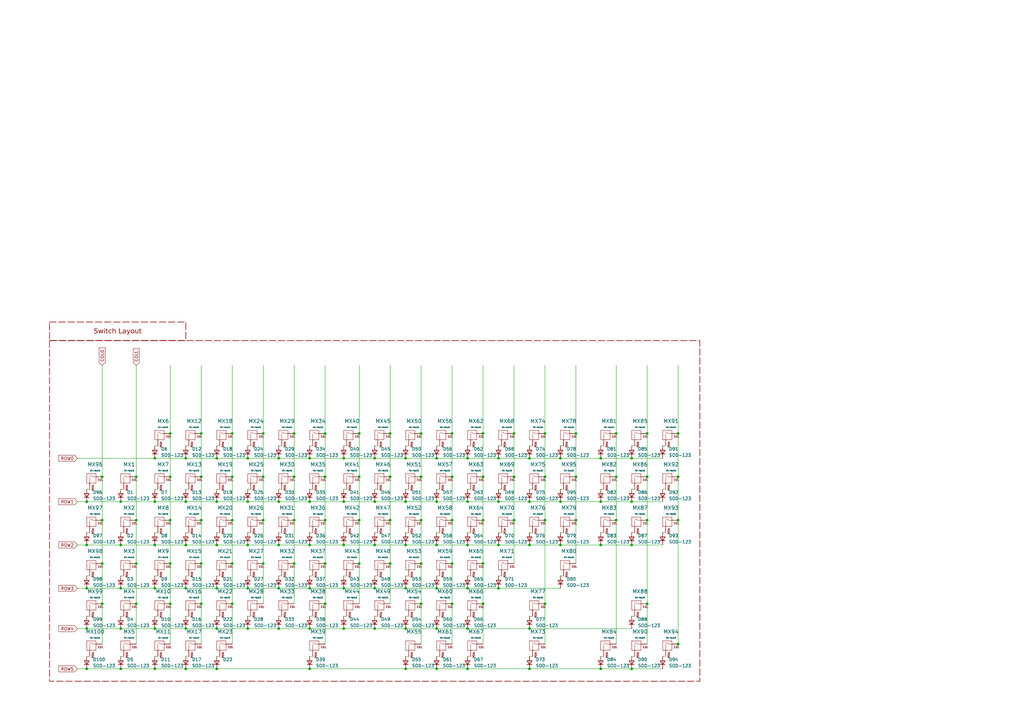
<source format=kicad_sch>
(kicad_sch (version 20231120) (generator "eeschema") (generator_version "8.0")
  (paper "A3")
  (junction (at 179.07 205.74))
  (junction (at 278.13 195.58))
  (junction (at 265.43 213.36))
  (junction (at 246.38 274.32))
  (junction (at 265.43 195.58))
  (junction (at 76.2 274.32))
  (junction (at 63.5 187.96))
  (junction (at 55.88 195.58))
  (junction (at 246.38 187.96))
  (junction (at 69.85 231.14))
  (junction (at 204.47 223.52))
  (junction (at 166.37 274.32))
  (junction (at 198.12 195.58))
  (junction (at 140.97 205.74))
  (junction (at 88.9 187.96))
  (junction (at 223.52 177.8))
  (junction (at 147.32 213.36))
  (junction (at 82.55 247.65))
  (junction (at 127 187.96))
  (junction (at 88.9 257.81))
  (junction (at 107.95 213.36))
  (junction (at 82.55 195.58))
  (junction (at 76.2 241.3))
  (junction (at 179.07 223.52))
  (junction (at 217.17 257.81))
  (junction (at 88.9 241.3))
  (junction (at 55.88 231.14))
  (junction (at 101.6 187.96))
  (junction (at 49.53 205.74))
  (junction (at 114.3 241.3))
  (junction (at 127 241.3))
  (junction (at 191.77 223.52))
  (junction (at 120.65 195.58))
  (junction (at 55.88 247.65))
  (junction (at 185.42 213.36))
  (junction (at 198.12 213.36))
  (junction (at 101.6 257.81))
  (junction (at 252.73 177.8))
  (junction (at 166.37 241.3))
  (junction (at 210.82 213.36))
  (junction (at 41.91 247.65))
  (junction (at 185.42 195.58))
  (junction (at 69.85 195.58))
  (junction (at 172.72 247.65))
  (junction (at 217.17 223.52))
  (junction (at 133.35 195.58))
  (junction (at 191.77 187.96))
  (junction (at 69.85 177.8))
  (junction (at 160.02 213.36))
  (junction (at 140.97 187.96))
  (junction (at 114.3 257.81))
  (junction (at 127 257.81))
  (junction (at 185.42 177.8))
  (junction (at 76.2 223.52))
  (junction (at 35.56 223.52))
  (junction (at 160.02 195.58))
  (junction (at 41.91 213.36))
  (junction (at 55.88 213.36))
  (junction (at 223.52 247.65))
  (junction (at 120.65 213.36))
  (junction (at 49.53 241.3))
  (junction (at 88.9 205.74))
  (junction (at 217.17 274.32))
  (junction (at 69.85 213.36))
  (junction (at 114.3 187.96))
  (junction (at 259.08 223.52))
  (junction (at 198.12 247.65))
  (junction (at 82.55 213.36))
  (junction (at 133.35 213.36))
  (junction (at 49.53 274.32))
  (junction (at 88.9 223.52))
  (junction (at 236.22 195.58))
  (junction (at 63.5 223.52))
  (junction (at 191.77 205.74))
  (junction (at 107.95 195.58))
  (junction (at 95.25 213.36))
  (junction (at 49.53 223.52))
  (junction (at 153.67 257.81))
  (junction (at 76.2 257.81))
  (junction (at 63.5 257.81))
  (junction (at 246.38 223.52))
  (junction (at 107.95 177.8))
  (junction (at 229.87 205.74))
  (junction (at 76.2 205.74))
  (junction (at 95.25 231.14))
  (junction (at 204.47 241.3))
  (junction (at 95.25 247.65))
  (junction (at 88.9 274.32))
  (junction (at 35.56 257.81))
  (junction (at 198.12 231.14))
  (junction (at 69.85 247.65))
  (junction (at 204.47 205.74))
  (junction (at 179.07 241.3))
  (junction (at 252.73 213.36))
  (junction (at 127 205.74))
  (junction (at 259.08 274.32))
  (junction (at 179.07 274.32))
  (junction (at 140.97 241.3))
  (junction (at 166.37 257.81))
  (junction (at 82.55 177.8))
  (junction (at 246.38 205.74))
  (junction (at 172.72 231.14))
  (junction (at 166.37 223.52))
  (junction (at 114.3 223.52))
  (junction (at 140.97 257.81))
  (junction (at 278.13 177.8))
  (junction (at 140.97 223.52))
  (junction (at 278.13 264.16))
  (junction (at 120.65 177.8))
  (junction (at 35.56 241.3))
  (junction (at 63.5 205.74))
  (junction (at 252.73 195.58))
  (junction (at 172.72 195.58))
  (junction (at 133.35 177.8))
  (junction (at 147.32 231.14))
  (junction (at 172.72 213.36))
  (junction (at 153.67 223.52))
  (junction (at 76.2 187.96))
  (junction (at 95.25 195.58))
  (junction (at 133.35 231.14))
  (junction (at 82.55 231.14))
  (junction (at 153.67 205.74))
  (junction (at 172.72 177.8))
  (junction (at 236.22 213.36))
  (junction (at 63.5 274.32))
  (junction (at 223.52 195.58))
  (junction (at 259.08 187.96))
  (junction (at 179.07 187.96))
  (junction (at 259.08 205.74))
  (junction (at 265.43 177.8))
  (junction (at 127 274.32))
  (junction (at 120.65 231.14))
  (junction (at 147.32 177.8))
  (junction (at 101.6 241.3))
  (junction (at 210.82 195.58))
  (junction (at 217.17 187.96))
  (junction (at 160.02 231.14))
  (junction (at 63.5 241.3))
  (junction (at 166.37 187.96))
  (junction (at 236.22 177.8))
  (junction (at 191.77 274.32))
  (junction (at 179.07 257.81))
  (junction (at 127 223.52))
  (junction (at 185.42 247.65))
  (junction (at 160.02 177.8))
  (junction (at 229.87 187.96))
  (junction (at 35.56 274.32))
  (junction (at 223.52 213.36))
  (junction (at 35.56 205.74))
  (junction (at 217.17 205.74))
  (junction (at 41.91 231.14))
  (junction (at 204.47 187.96))
  (junction (at 210.82 177.8))
  (junction (at 101.6 205.74))
  (junction (at 49.53 257.81))
  (junction (at 147.32 195.58))
  (junction (at 278.13 213.36))
  (junction (at 153.67 187.96))
  (junction (at 191.77 257.81))
  (junction (at 166.37 205.74))
  (junction (at 41.91 195.58))
  (junction (at 95.25 177.8))
  (junction (at 185.42 231.14))
  (junction (at 107.95 231.14))
  (junction (at 229.87 223.52))
  (junction (at 114.3 205.74))
  (junction (at 133.35 247.65))
  (junction (at 153.67 241.3))
  (junction (at 101.6 223.52))
  (junction (at 191.77 241.3))
  (junction (at 265.43 247.65))
  (junction (at 198.12 177.8))
  (wire (pts (xy 278.13 264.16) (xy 278.13 265.43)))
  (wire (pts (xy 133.35 177.8) (xy 133.35 195.58)))
  (wire (pts (xy 114.3 257.81) (xy 127 257.81)))
  (wire (pts (xy 140.97 241.3) (xy 153.67 241.3)))
  (wire (pts (xy 76.2 187.96) (xy 88.9 187.96)))
  (wire (pts (xy 265.43 213.36) (xy 265.43 247.65)))
  (wire (pts (xy 191.77 257.81) (xy 217.17 257.81)))
  (wire (pts (xy 160.02 213.36) (xy 160.02 231.14)))
  (wire (pts (xy 191.77 236.22) (xy 193.04 236.22)))
  (wire (pts (xy 31.75 274.32) (xy 35.56 274.32)))
  (wire (pts (xy 55.88 213.36) (xy 55.88 231.14)))
  (wire (pts (xy 35.56 241.3) (xy 49.53 241.3)))
  (wire (pts (xy 88.9 187.96) (xy 101.6 187.96)))
  (wire (pts (xy 88.9 269.24) (xy 90.17 269.24)))
  (wire (pts (xy 88.9 236.22) (xy 90.17 236.22)))
  (wire (pts (xy 259.08 269.24) (xy 260.35 269.24)))
  (wire (pts (xy 271.78 269.24) (xy 273.05 269.24)))
  (wire (pts (xy 259.08 182.88) (xy 260.35 182.88)))
  (wire (pts (xy 120.65 149.86) (xy 120.65 177.8)))
  (wire (pts (xy 229.87 187.96) (xy 246.38 187.96)))
  (wire (pts (xy 166.37 241.3) (xy 179.07 241.3)))
  (wire (pts (xy 49.53 218.44) (xy 50.8 218.44)))
  (wire (pts (xy 120.65 177.8) (xy 120.65 195.58)))
  (wire (pts (xy 107.95 149.86) (xy 107.95 177.8)))
  (wire (pts (xy 223.52 149.86) (xy 223.52 177.8)))
  (wire (pts (xy 35.56 236.22) (xy 36.83 236.22)))
  (wire (pts (xy 210.82 149.86) (xy 210.82 177.8)))
  (wire (pts (xy 259.08 187.96) (xy 271.78 187.96)))
  (wire (pts (xy 55.88 149.86) (xy 55.88 195.58)))
  (wire (pts (xy 179.07 200.66) (xy 180.34 200.66)))
  (wire (pts (xy 140.97 252.73) (xy 142.24 252.73)))
  (wire (pts (xy 210.82 195.58) (xy 210.82 213.36)))
  (wire (pts (xy 246.38 218.44) (xy 247.65 218.44)))
  (wire (pts (xy 95.25 149.86) (xy 95.25 177.8)))
  (wire (pts (xy 41.91 231.14) (xy 41.91 247.65)))
  (wire (pts (xy 95.25 195.58) (xy 95.25 213.36)))
  (wire (pts (xy 179.07 182.88) (xy 180.34 182.88)))
  (wire (pts (xy 278.13 177.8) (xy 278.13 195.58)))
  (wire (pts (xy 140.97 200.66) (xy 142.24 200.66)))
  (wire (pts (xy 259.08 252.73) (xy 260.35 252.73)))
  (wire (pts (xy 127 218.44) (xy 128.27 218.44)))
  (wire (pts (xy 63.5 187.96) (xy 76.2 187.96)))
  (wire (pts (xy 35.56 205.74) (xy 49.53 205.74)))
  (wire (pts (xy 223.52 177.8) (xy 223.52 195.58)))
  (wire (pts (xy 259.08 274.32) (xy 271.78 274.32)))
  (wire (pts (xy 217.17 223.52) (xy 229.87 223.52)))
  (wire (pts (xy 217.17 205.74) (xy 229.87 205.74)))
  (wire (pts (xy 271.78 200.66) (xy 273.05 200.66)))
  (wire (pts (xy 101.6 182.88) (xy 102.87 182.88)))
  (wire (pts (xy 160.02 195.58) (xy 160.02 213.36)))
  (wire (pts (xy 120.65 231.14) (xy 120.65 247.65)))
  (wire (pts (xy 191.77 182.88) (xy 193.04 182.88)))
  (wire (pts (xy 153.67 218.44) (xy 154.94 218.44)))
  (wire (pts (xy 114.3 200.66) (xy 115.57 200.66)))
  (wire (pts (xy 41.91 149.86) (xy 41.91 195.58)))
  (wire (pts (xy 63.5 200.66) (xy 64.77 200.66)))
  (wire (pts (xy 49.53 200.66) (xy 50.8 200.66)))
  (wire (pts (xy 35.56 257.81) (xy 49.53 257.81)))
  (wire (pts (xy 63.5 223.52) (xy 76.2 223.52)))
  (wire (pts (xy 229.87 218.44) (xy 231.14 218.44)))
  (wire (pts (xy 88.9 223.52) (xy 101.6 223.52)))
  (wire (pts (xy 35.56 252.73) (xy 36.83 252.73)))
  (wire (pts (xy 185.42 247.65) (xy 185.42 264.16)))
  (wire (pts (xy 101.6 223.52) (xy 114.3 223.52)))
  (wire (pts (xy 76.2 236.22) (xy 77.47 236.22)))
  (wire (pts (xy 217.17 274.32) (xy 246.38 274.32)))
  (wire (pts (xy 246.38 274.32) (xy 259.08 274.32)))
  (wire (pts (xy 55.88 195.58) (xy 55.88 213.36)))
  (wire (pts (xy 133.35 213.36) (xy 133.35 231.14)))
  (wire (pts (xy 153.67 236.22) (xy 154.94 236.22)))
  (wire (pts (xy 140.97 223.52) (xy 153.67 223.52)))
  (wire (pts (xy 217.17 182.88) (xy 218.44 182.88)))
  (wire (pts (xy 185.42 195.58) (xy 185.42 213.36)))
  (wire (pts (xy 133.35 247.65) (xy 133.35 264.16)))
  (wire (pts (xy 198.12 195.58) (xy 198.12 213.36)))
  (wire (pts (xy 114.3 205.74) (xy 127 205.74)))
  (wire (pts (xy 172.72 231.14) (xy 172.72 247.65)))
  (wire (pts (xy 140.97 257.81) (xy 153.67 257.81)))
  (wire (pts (xy 127 252.73) (xy 128.27 252.73)))
  (wire (pts (xy 172.72 149.86) (xy 172.72 177.8)))
  (wire (pts (xy 198.12 149.86) (xy 198.12 177.8)))
  (wire (pts (xy 127 182.88) (xy 128.27 182.88)))
  (wire (pts (xy 252.73 213.36) (xy 252.73 264.16)))
  (wire (pts (xy 179.07 241.3) (xy 191.77 241.3)))
  (wire (pts (xy 114.3 236.22) (xy 115.57 236.22)))
  (wire (pts (xy 41.91 195.58) (xy 41.91 213.36)))
  (wire (pts (xy 69.85 149.86) (xy 69.85 177.8)))
  (wire (pts (xy 217.17 252.73) (xy 218.44 252.73)))
  (wire (pts (xy 217.17 269.24) (xy 218.44 269.24)))
  (wire (pts (xy 246.38 223.52) (xy 259.08 223.52)))
  (wire (pts (xy 63.5 274.32) (xy 76.2 274.32)))
  (wire (pts (xy 179.07 236.22) (xy 180.34 236.22)))
  (wire (pts (xy 153.67 257.81) (xy 166.37 257.81)))
  (wire (pts (xy 101.6 205.74) (xy 114.3 205.74)))
  (wire (pts (xy 127 205.74) (xy 140.97 205.74)))
  (wire (pts (xy 172.72 247.65) (xy 172.72 264.16)))
  (wire (pts (xy 95.25 213.36) (xy 95.25 231.14)))
  (wire (pts (xy 185.42 231.14) (xy 185.42 247.65)))
  (wire (pts (xy 172.72 177.8) (xy 172.72 195.58)))
  (wire (pts (xy 236.22 177.8) (xy 236.22 195.58)))
  (wire (pts (xy 246.38 205.74) (xy 259.08 205.74)))
  (wire (pts (xy 140.97 218.44) (xy 142.24 218.44)))
  (wire (pts (xy 76.2 218.44) (xy 77.47 218.44)))
  (wire (pts (xy 198.12 213.36) (xy 198.12 231.14)))
  (wire (pts (xy 95.25 231.14) (xy 95.25 247.65)))
  (wire (pts (xy 82.55 177.8) (xy 82.55 195.58)))
  (wire (pts (xy 95.25 177.8) (xy 95.25 195.58)))
  (wire (pts (xy 259.08 200.66) (xy 260.35 200.66)))
  (wire (pts (xy 252.73 195.58) (xy 252.73 213.36)))
  (wire (pts (xy 69.85 177.8) (xy 69.85 195.58)))
  (wire (pts (xy 55.88 231.14) (xy 55.88 247.65)))
  (wire (pts (xy 49.53 223.52) (xy 63.5 223.52)))
  (wire (pts (xy 166.37 205.74) (xy 179.07 205.74)))
  (wire (pts (xy 246.38 269.24) (xy 247.65 269.24)))
  (wire (pts (xy 204.47 182.88) (xy 205.74 182.88)))
  (wire (pts (xy 69.85 247.65) (xy 69.85 264.16)))
  (wire (pts (xy 223.52 195.58) (xy 223.52 213.36)))
  (wire (pts (xy 31.75 205.74) (xy 35.56 205.74)))
  (wire (pts (xy 191.77 241.3) (xy 204.47 241.3)))
  (wire (pts (xy 69.85 195.58) (xy 69.85 213.36)))
  (wire (pts (xy 120.65 195.58) (xy 120.65 213.36)))
  (wire (pts (xy 88.9 257.81) (xy 101.6 257.81)))
  (wire (pts (xy 41.91 213.36) (xy 41.91 231.14)))
  (wire (pts (xy 166.37 182.88) (xy 167.64 182.88)))
  (wire (pts (xy 101.6 218.44) (xy 102.87 218.44)))
  (wire (pts (xy 185.42 177.8) (xy 185.42 195.58)))
  (wire (pts (xy 82.55 213.36) (xy 82.55 231.14)))
  (wire (pts (xy 153.67 252.73) (xy 154.94 252.73)))
  (wire (pts (xy 271.78 182.88) (xy 273.05 182.88)))
  (wire (pts (xy 210.82 177.8) (xy 210.82 195.58)))
  (wire (pts (xy 153.67 205.74) (xy 166.37 205.74)))
  (wire (pts (xy 179.07 187.96) (xy 191.77 187.96)))
  (wire (pts (xy 101.6 187.96) (xy 114.3 187.96)))
  (wire (pts (xy 191.77 252.73) (xy 193.04 252.73)))
  (wire (pts (xy 265.43 149.86) (xy 265.43 177.8)))
  (wire (pts (xy 166.37 223.52) (xy 179.07 223.52)))
  (wire (pts (xy 140.97 187.96) (xy 153.67 187.96)))
  (wire (pts (xy 82.55 231.14) (xy 82.55 247.65)))
  (wire (pts (xy 107.95 231.14) (xy 107.95 247.65)))
  (wire (pts (xy 191.77 274.32) (xy 217.17 274.32)))
  (wire (pts (xy 191.77 218.44) (xy 193.04 218.44)))
  (wire (pts (xy 63.5 257.81) (xy 76.2 257.81)))
  (wire (pts (xy 259.08 205.74) (xy 271.78 205.74)))
  (wire (pts (xy 31.75 187.96) (xy 63.5 187.96)))
  (wire (pts (xy 49.53 274.32) (xy 63.5 274.32)))
  (wire (pts (xy 229.87 200.66) (xy 231.14 200.66)))
  (wire (pts (xy 191.77 205.74) (xy 204.47 205.74)))
  (wire (pts (xy 63.5 269.24) (xy 64.77 269.24)))
  (wire (pts (xy 271.78 218.44) (xy 273.05 218.44)))
  (wire (pts (xy 133.35 195.58) (xy 133.35 213.36)))
  (wire (pts (xy 107.95 177.8) (xy 107.95 195.58)))
  (wire (pts (xy 35.56 223.52) (xy 49.53 223.52)))
  (wire (pts (xy 204.47 236.22) (xy 205.74 236.22)))
  (wire (pts (xy 140.97 236.22) (xy 142.24 236.22)))
  (wire (pts (xy 133.35 231.14) (xy 133.35 247.65)))
  (wire (pts (xy 246.38 187.96) (xy 259.08 187.96)))
  (wire (pts (xy 31.75 257.81) (xy 35.56 257.81)))
  (wire (pts (xy 88.9 218.44) (xy 90.17 218.44)))
  (wire (pts (xy 88.9 274.32) (xy 127 274.32)))
  (wire (pts (xy 82.55 247.65) (xy 82.55 264.16)))
  (wire (pts (xy 127 241.3) (xy 140.97 241.3)))
  (wire (pts (xy 246.38 182.88) (xy 247.65 182.88)))
  (wire (pts (xy 69.85 231.14) (xy 69.85 247.65)))
  (wire (pts (xy 63.5 241.3) (xy 76.2 241.3)))
  (wire (pts (xy 198.12 231.14) (xy 198.12 247.65)))
  (wire (pts (xy 82.55 195.58) (xy 82.55 213.36)))
  (wire (pts (xy 69.85 213.36) (xy 69.85 231.14)))
  (wire (pts (xy 252.73 177.8) (xy 252.73 195.58)))
  (wire (pts (xy 217.17 218.44) (xy 218.44 218.44)))
  (wire (pts (xy 101.6 236.22) (xy 102.87 236.22)))
  (wire (pts (xy 153.67 223.52) (xy 166.37 223.52)))
  (wire (pts (xy 252.73 149.86) (xy 252.73 177.8)))
  (wire (pts (xy 179.07 218.44) (xy 180.34 218.44)))
  (wire (pts (xy 179.07 223.52) (xy 191.77 223.52)))
  (wire (pts (xy 191.77 187.96) (xy 204.47 187.96)))
  (wire (pts (xy 76.2 223.52) (xy 88.9 223.52)))
  (wire (pts (xy 49.53 236.22) (xy 50.8 236.22)))
  (wire (pts (xy 179.07 257.81) (xy 191.77 257.81)))
  (wire (pts (xy 229.87 182.88) (xy 231.14 182.88)))
  (wire (pts (xy 35.56 269.24) (xy 36.83 269.24)))
  (wire (pts (xy 191.77 200.66) (xy 193.04 200.66)))
  (wire (pts (xy 166.37 269.24) (xy 167.64 269.24)))
  (wire (pts (xy 101.6 241.3) (xy 114.3 241.3)))
  (wire (pts (xy 278.13 149.86) (xy 278.13 177.8)))
  (wire (pts (xy 49.53 269.24) (xy 50.8 269.24)))
  (wire (pts (xy 127 236.22) (xy 128.27 236.22)))
  (wire (pts (xy 31.75 223.52) (xy 35.56 223.52)))
  (wire (pts (xy 76.2 241.3) (xy 88.9 241.3)))
  (wire (pts (xy 229.87 205.74) (xy 246.38 205.74)))
  (wire (pts (xy 101.6 257.81) (xy 114.3 257.81)))
  (wire (pts (xy 191.77 223.52) (xy 204.47 223.52)))
  (wire (pts (xy 265.43 195.58) (xy 265.43 213.36)))
  (wire (pts (xy 140.97 205.74) (xy 153.67 205.74)))
  (wire (pts (xy 166.37 218.44) (xy 167.64 218.44)))
  (wire (pts (xy 223.52 247.65) (xy 223.52 264.16)))
  (wire (pts (xy 166.37 187.96) (xy 179.07 187.96)))
  (wire (pts (xy 278.13 213.36) (xy 278.13 264.16)))
  (wire (pts (xy 166.37 236.22) (xy 167.64 236.22)))
  (wire (pts (xy 88.9 182.88) (xy 90.17 182.88)))
  (wire (pts (xy 114.3 182.88) (xy 115.57 182.88)))
  (wire (pts (xy 153.67 200.66) (xy 154.94 200.66)))
  (wire (pts (xy 76.2 257.81) (xy 88.9 257.81)))
  (wire (pts (xy 107.95 195.58) (xy 107.95 213.36)))
  (wire (pts (xy 265.43 247.65) (xy 265.43 264.16)))
  (wire (pts (xy 179.07 269.24) (xy 180.34 269.24)))
  (wire (pts (xy 88.9 252.73) (xy 90.17 252.73)))
  (wire (pts (xy 63.5 252.73) (xy 64.77 252.73)))
  (wire (pts (xy 153.67 182.88) (xy 154.94 182.88)))
  (wire (pts (xy 147.32 177.8) (xy 147.32 195.58)))
  (wire (pts (xy 114.3 241.3) (xy 127 241.3)))
  (wire (pts (xy 278.13 195.58) (xy 278.13 213.36)))
  (wire (pts (xy 49.53 257.81) (xy 63.5 257.81)))
  (wire (pts (xy 147.32 149.86) (xy 147.32 177.8)))
  (wire (pts (xy 179.07 205.74) (xy 191.77 205.74)))
  (wire (pts (xy 107.95 213.36) (xy 107.95 231.14)))
  (wire (pts (xy 166.37 257.81) (xy 179.07 257.81)))
  (wire (pts (xy 88.9 200.66) (xy 90.17 200.66)))
  (wire (pts (xy 153.67 241.3) (xy 166.37 241.3)))
  (wire (pts (xy 179.07 252.73) (xy 180.34 252.73)))
  (wire (pts (xy 63.5 205.74) (xy 76.2 205.74)))
  (wire (pts (xy 198.12 177.8) (xy 198.12 195.58)))
  (wire (pts (xy 185.42 213.36) (xy 185.42 231.14)))
  (wire (pts (xy 127 187.96) (xy 140.97 187.96)))
  (wire (pts (xy 133.35 149.86) (xy 133.35 177.8)))
  (wire (pts (xy 229.87 223.52) (xy 246.38 223.52)))
  (wire (pts (xy 204.47 241.3) (xy 229.87 241.3)))
  (wire (pts (xy 114.3 252.73) (xy 115.57 252.73)))
  (wire (pts (xy 166.37 200.66) (xy 167.64 200.66)))
  (wire (pts (xy 114.3 187.96) (xy 127 187.96)))
  (wire (pts (xy 41.91 247.65) (xy 41.91 264.16)))
  (wire (pts (xy 236.22 149.86) (xy 236.22 177.8)))
  (wire (pts (xy 147.32 195.58) (xy 147.32 213.36)))
  (wire (pts (xy 63.5 236.22) (xy 64.77 236.22)))
  (wire (pts (xy 76.2 274.32) (xy 88.9 274.32)))
  (wire (pts (xy 160.02 149.86) (xy 160.02 177.8)))
  (wire (pts (xy 49.53 252.73) (xy 50.8 252.73)))
  (wire (pts (xy 76.2 252.73) (xy 77.47 252.73)))
  (wire (pts (xy 82.55 149.86) (xy 82.55 177.8)))
  (wire (pts (xy 204.47 218.44) (xy 205.74 218.44)))
  (wire (pts (xy 35.56 200.66) (xy 36.83 200.66)))
  (wire (pts (xy 49.53 205.74) (xy 63.5 205.74)))
  (wire (pts (xy 259.08 223.52) (xy 271.78 223.52)))
  (wire (pts (xy 246.38 200.66) (xy 247.65 200.66)))
  (wire (pts (xy 210.82 213.36) (xy 210.82 231.14)))
  (wire (pts (xy 153.67 187.96) (xy 166.37 187.96)))
  (wire (pts (xy 217.17 187.96) (xy 229.87 187.96)))
  (wire (pts (xy 120.65 213.36) (xy 120.65 231.14)))
  (wire (pts (xy 114.3 218.44) (xy 115.57 218.44)))
  (wire (pts (xy 217.17 257.81) (xy 259.08 257.81)))
  (wire (pts (xy 95.25 247.65) (xy 95.25 264.16)))
  (wire (pts (xy 76.2 200.66) (xy 77.47 200.66)))
  (wire (pts (xy 88.9 205.74) (xy 101.6 205.74)))
  (wire (pts (xy 204.47 205.74) (xy 217.17 205.74)))
  (wire (pts (xy 147.32 213.36) (xy 147.32 231.14)))
  (wire (pts (xy 76.2 182.88) (xy 77.47 182.88)))
  (wire (pts (xy 191.77 269.24) (xy 193.04 269.24)))
  (wire (pts (xy 88.9 241.3) (xy 101.6 241.3)))
  (wire (pts (xy 127 257.81) (xy 140.97 257.81)))
  (wire (pts (xy 63.5 182.88) (xy 64.77 182.88)))
  (wire (pts (xy 76.2 269.24) (xy 77.47 269.24)))
  (wire (pts (xy 223.52 213.36) (xy 223.52 247.65)))
  (wire (pts (xy 236.22 213.36) (xy 236.22 231.14)))
  (wire (pts (xy 147.32 231.14) (xy 147.32 247.65)))
  (wire (pts (xy 127 274.32) (xy 166.37 274.32)))
  (wire (pts (xy 236.22 195.58) (xy 236.22 213.36)))
  (wire (pts (xy 166.37 252.73) (xy 167.64 252.73)))
  (wire (pts (xy 204.47 200.66) (xy 205.74 200.66)))
  (wire (pts (xy 127 200.66) (xy 128.27 200.66)))
  (wire (pts (xy 198.12 247.65) (xy 198.12 264.16)))
  (wire (pts (xy 265.43 177.8) (xy 265.43 195.58)))
  (wire (pts (xy 76.2 205.74) (xy 88.9 205.74)))
  (wire (pts (xy 35.56 218.44) (xy 36.83 218.44)))
  (wire (pts (xy 160.02 177.8) (xy 160.02 195.58)))
  (wire (pts (xy 172.72 213.36) (xy 172.72 231.14)))
  (wire (pts (xy 229.87 236.22) (xy 231.14 236.22)))
  (wire (pts (xy 204.47 187.96) (xy 217.17 187.96)))
  (wire (pts (xy 31.75 241.3) (xy 35.56 241.3)))
  (wire (pts (xy 49.53 241.3) (xy 63.5 241.3)))
  (wire (pts (xy 127 269.24) (xy 128.27 269.24)))
  (wire (pts (xy 185.42 149.86) (xy 185.42 177.8)))
  (wire (pts (xy 179.07 274.32) (xy 191.77 274.32)))
  (wire (pts (xy 55.88 247.65) (xy 55.88 264.16)))
  (wire (pts (xy 35.56 274.32) (xy 49.53 274.32)))
  (wire (pts (xy 114.3 223.52) (xy 127 223.52)))
  (wire (pts (xy 172.72 195.58) (xy 172.72 213.36)))
  (wire (pts (xy 63.5 218.44) (xy 64.77 218.44)))
  (wire (pts (xy 140.97 182.88) (xy 142.24 182.88)))
  (wire (pts (xy 259.08 218.44) (xy 260.35 218.44)))
  (wire (pts (xy 204.47 223.52) (xy 217.17 223.52)))
  (wire (pts (xy 127 223.52) (xy 140.97 223.52)))
  (wire (pts (xy 101.6 252.73) (xy 102.87 252.73)))
  (wire (pts (xy 160.02 231.14) (xy 160.02 247.65)))
  (wire (pts (xy 101.6 200.66) (xy 102.87 200.66)))
  (wire (pts (xy 166.37 274.32) (xy 179.07 274.32)))
  (wire (pts (xy 217.17 200.66) (xy 218.44 200.66)))
  (rectangle (start 20.32 139.7) (end 287.02 279.4) (stroke (width 0.25) (type dash) (color 132 0 0 1)))
  (text_box "Switch Layout" (at 20.32 132.08 0) (size 55.88 7.62) (stroke (width 0.25) (type dash) (color 132 0 0 1)) (effects (font (size 2 2))))
  (global_label "ROW4" (shape input) (at 31.75 257.81 180) (property "Intersheetrefs" "${INTERSHEET_REFS}" (effects (hide yes))))
  (global_label "ROW0" (shape input) (at 31.75 187.96 180) (property "Intersheetrefs" "${INTERSHEET_REFS}" (effects (hide yes))))
  (global_label "COL0" (shape input) (at 41.91 149.86 90) (property "Intersheetrefs" "${INTERSHEET_REFS}" (effects (hide yes))))
  (global_label "COl1" (shape input) (at 55.88 149.86 90) (property "Intersheetrefs" "${INTERSHEET_REFS}" (effects (hide yes))))
  (global_label "ROW1" (shape input) (at 31.75 205.74 180) (property "Intersheetrefs" "${INTERSHEET_REFS}" (effects (hide yes))))
  (global_label "ROW2" (shape input) (at 31.75 223.52 180) (property "Intersheetrefs" "${INTERSHEET_REFS}" (effects (hide yes))))
  (global_label "ROW5" (shape input) (at 31.75 274.32 180) (property "Intersheetrefs" "${INTERSHEET_REFS}" (effects (hide yes))))
  (global_label "ROW3" (shape input) (at 31.75 241.3 180) (property "Intersheetrefs" "${INTERSHEET_REFS}" (effects (hide yes))))
  (symbol (lib_id "MX_Alps_Hybrid:MX-NoLED") (at 116.84 196.85 0) (unit 1)
    (property "Reference" "MX30" (at 117.7352 190.5 0) (effects (font (size 1.524 1.524))))
    (property "Value" "MX-NoLED" (at 117.7352 193.04 0) (effects (font (size 0.508 0.508))))
    (property "Footprint" "MX_Only:MXOnly-1U-NoLED" (effects (hide yes)))
  )
  (symbol (lib_id "Device:D_Small") (at 217.17 271.78 90) (unit 1)
    (property "Reference" "D73" (at 219.71 270.5099 90) (effects (justify right)))
    (property "Value" "SOD-123" (at 219.71 273.0499 90) (effects (justify right)))
    (property "Footprint" "Diode_SMD:D_SOD-123" (effects (hide yes)))
    (property "Description" "Diode, small symbol" (effects (hide yes)))
    (property "Sim.Device" "D" (effects (hide yes)))
    (property "Sim.Pins" "1=K 2=A" (effects (hide yes)))
  )
  (symbol (lib_id "MX_Alps_Hybrid:MX-NoLED") (at 156.21 248.92 0) (unit 1)
    (property "Reference" "MX49" (at 157.1052 242.57 0) (effects (font (size 1.524 1.524))))
    (property "Value" "MX-NoLED" (at 157.1052 245.11 0) (effects (font (size 0.508 0.508))))
    (property "Footprint" "MX_Only:MXOnly-1U-NoLED" (effects (hide yes)))
  )
  (symbol (lib_id "Device:D_Small") (at 179.07 271.78 90) (unit 1)
    (property "Reference" "D61" (at 181.61 270.5099 90) (effects (justify right)))
    (property "Value" "SOD-123" (at 181.61 273.0499 90) (effects (justify right)))
    (property "Footprint" "Diode_SMD:D_SOD-123" (effects (hide yes)))
    (property "Description" "Diode, small symbol" (effects (hide yes)))
    (property "Sim.Device" "D" (effects (hide yes)))
    (property "Sim.Pins" "1=K 2=A" (effects (hide yes)))
  )
  (symbol (lib_id "Device:D_Small") (at 76.2 255.27 90) (unit 1)
    (property "Reference" "D16" (at 78.74 253.9999 90) (effects (justify right)))
    (property "Value" "SOD-123" (at 78.74 256.5399 90) (effects (justify right)))
    (property "Footprint" "Diode_SMD:D_SOD-123" (effects (hide yes)))
    (property "Description" "Diode, small symbol" (effects (hide yes)))
    (property "Sim.Device" "D" (effects (hide yes)))
    (property "Sim.Pins" "1=K 2=A" (effects (hide yes)))
  )
  (symbol (lib_id "Device:D_Small") (at 114.3 220.98 90) (unit 1)
    (property "Reference" "D31" (at 116.84 219.7099 90) (effects (justify right)))
    (property "Value" "SOD-123" (at 116.84 222.2499 90) (effects (justify right)))
    (property "Footprint" "Diode_SMD:D_SOD-123" (effects (hide yes)))
    (property "Description" "Diode, small symbol" (effects (hide yes)))
    (property "Sim.Device" "D" (effects (hide yes)))
    (property "Sim.Pins" "1=K 2=A" (effects (hide yes)))
  )
  (symbol (lib_id "Device:D_Small") (at 127 203.2 90) (unit 1)
    (property "Reference" "D35" (at 129.54 201.9299 90) (effects (justify right)))
    (property "Value" "SOD-123" (at 129.54 204.4699 90) (effects (justify right)))
    (property "Footprint" "Diode_SMD:D_SOD-123" (effects (hide yes)))
    (property "Description" "Diode, small symbol" (effects (hide yes)))
    (property "Sim.Device" "D" (effects (hide yes)))
    (property "Sim.Pins" "1=K 2=A" (effects (hide yes)))
  )
  (symbol (lib_id "Device:D_Small") (at 63.5 255.27 90) (unit 1)
    (property "Reference" "D10" (at 66.04 253.9999 90) (effects (justify right)))
    (property "Value" "SOD-123" (at 66.04 256.5399 90) (effects (justify right)))
    (property "Footprint" "Diode_SMD:D_SOD-123" (effects (hide yes)))
    (property "Description" "Diode, small symbol" (effects (hide yes)))
    (property "Sim.Device" "D" (effects (hide yes)))
    (property "Sim.Pins" "1=K 2=A" (effects (hide yes)))
  )
  (symbol (lib_id "MX_Alps_Hybrid:MX-NoLED") (at 181.61 265.43 0) (unit 1)
    (property "Reference" "MX61" (at 182.5052 259.08 0) (effects (font (size 1.524 1.524))))
    (property "Value" "MX-NoLED" (at 182.5052 261.62 0) (effects (font (size 0.508 0.508))))
    (property "Footprint" "MX_Only:MXOnly-1.25U-NoLED" (effects (hide yes)))
  )
  (symbol (lib_id "MX_Alps_Hybrid:MX-NoLED") (at 91.44 214.63 0) (unit 1)
    (property "Reference" "MX20" (at 92.3352 208.28 0) (effects (font (size 1.524 1.524))))
    (property "Value" "MX-NoLED" (at 92.3352 210.82 0) (effects (font (size 0.508 0.508))))
    (property "Footprint" "MX_Only:MXOnly-1U-NoLED" (effects (hide yes)))
  )
  (symbol (lib_id "Device:D_Small") (at 88.9 220.98 90) (unit 1)
    (property "Reference" "D20" (at 91.44 219.7099 90) (effects (justify right)))
    (property "Value" "SOD-123" (at 91.44 222.2499 90) (effects (justify right)))
    (property "Footprint" "Diode_SMD:D_SOD-123" (effects (hide yes)))
    (property "Description" "Diode, small symbol" (effects (hide yes)))
    (property "Sim.Device" "D" (effects (hide yes)))
    (property "Sim.Pins" "1=K 2=A" (effects (hide yes)))
  )
  (symbol (lib_id "MX_Alps_Hybrid:MX-NoLED") (at 156.21 214.63 0) (unit 1)
    (property "Reference" "MX47" (at 157.1052 208.28 0) (effects (font (size 1.524 1.524))))
    (property "Value" "MX-NoLED" (at 157.1052 210.82 0) (effects (font (size 0.508 0.508))))
    (property "Footprint" "MX_Only:MXOnly-1U-NoLED" (effects (hide yes)))
  )
  (symbol (lib_id "MX_Alps_Hybrid:MX-NoLED") (at 274.32 179.07 0) (unit 1)
    (property "Reference" "MX91" (at 275.2152 172.72 0) (effects (font (size 1.524 1.524))))
    (property "Value" "MX-NoLED" (at 275.2152 175.26 0) (effects (font (size 0.508 0.508))))
    (property "Footprint" "MX_Only:MXOnly-1U-NoLED" (effects (hide yes)))
  )
  (symbol (lib_id "Device:D_Small") (at 114.3 238.76 90) (unit 1)
    (property "Reference" "D32" (at 116.84 237.4899 90) (effects (justify right)))
    (property "Value" "SOD-123" (at 116.84 240.0299 90) (effects (justify right)))
    (property "Footprint" "Diode_SMD:D_SOD-123" (effects (hide yes)))
    (property "Description" "Diode, small symbol" (effects (hide yes)))
    (property "Sim.Device" "D" (effects (hide yes)))
    (property "Sim.Pins" "1=K 2=A" (effects (hide yes)))
  )
  (symbol (lib_id "Device:D_Small") (at 63.5 203.2 90) (unit 1)
    (property "Reference" "D7" (at 66.04 201.9299 90) (effects (justify right)))
    (property "Value" "SOD-123" (at 66.04 204.4699 90) (effects (justify right)))
    (property "Footprint" "Diode_SMD:D_SOD-123" (effects (hide yes)))
    (property "Description" "Diode, small symbol" (effects (hide yes)))
    (property "Sim.Device" "D" (effects (hide yes)))
    (property "Sim.Pins" "1=K 2=A" (effects (hide yes)))
  )
  (symbol (lib_id "MX_Alps_Hybrid:MX-NoLED") (at 38.1 214.63 0) (unit 1)
    (property "Reference" "MX97" (at 38.9952 208.28 0) (effects (font (size 1.524 1.524))))
    (property "Value" "MX-NoLED" (at 38.9952 210.82 0) (effects (font (size 0.508 0.508))))
    (property "Footprint" "MX_Only:MXOnly-1U-NoLED" (effects (hide yes)))
  )
  (symbol (lib_id "MX_Alps_Hybrid:MX-NoLED") (at 78.74 265.43 0) (unit 1)
    (property "Reference" "MX17" (at 79.6352 259.08 0) (effects (font (size 1.524 1.524))))
    (property "Value" "MX-NoLED" (at 79.6352 261.62 0) (effects (font (size 0.508 0.508))))
    (property "Footprint" "MX_Only:MXOnly-1.25U-NoLED" (effects (hide yes)))
  )
  (symbol (lib_id "MX_Alps_Hybrid:MX-NoLED") (at 248.92 214.63 0) (unit 1)
    (property "Reference" "MX83" (at 249.8152 208.28 0) (effects (font (size 1.524 1.524))))
    (property "Value" "MX-NoLED" (at 249.8152 210.82 0) (effects (font (size 0.508 0.508))))
    (property "Footprint" "MX_Only:MXOnly-1U-NoLED" (effects (hide yes)))
  )
  (symbol (lib_id "MX_Alps_Hybrid:MX-NoLED") (at 38.1 196.85 0) (unit 1)
    (property "Reference" "MX96" (at 38.9952 190.5 0) (effects (font (size 1.524 1.524))))
    (property "Value" "MX-NoLED" (at 38.9952 193.04 0) (effects (font (size 0.508 0.508))))
    (property "Footprint" "MX_Only:MXOnly-1U-NoLED" (effects (hide yes)))
  )
  (symbol (lib_id "MX_Alps_Hybrid:MX-NoLED") (at 91.44 179.07 0) (unit 1)
    (property "Reference" "MX18" (at 92.3352 172.72 0) (effects (font (size 1.524 1.524))))
    (property "Value" "MX-NoLED" (at 92.3352 175.26 0) (effects (font (size 0.508 0.508))))
    (property "Footprint" "MX_Only:MXOnly-1U-NoLED" (effects (hide yes)))
  )
  (symbol (lib_id "MX_Alps_Hybrid:MX-NoLED") (at 143.51 214.63 0) (unit 1)
    (property "Reference" "MX42" (at 144.4052 208.28 0) (effects (font (size 1.524 1.524))))
    (property "Value" "MX-NoLED" (at 144.4052 210.82 0) (effects (font (size 0.508 0.508))))
    (property "Footprint" "MX_Only:MXOnly-1U-NoLED" (effects (hide yes)))
  )
  (symbol (lib_id "Device:D_Small") (at 229.87 238.76 90) (unit 1)
    (property "Reference" "D80" (at 232.41 237.4899 90) (effects (justify right)))
    (property "Value" "SOD-123" (at 232.41 240.0299 90) (effects (justify right)))
    (property "Footprint" "Diode_SMD:D_SOD-123" (effects (hide yes)))
    (property "Description" "Diode, small symbol" (effects (hide yes)))
    (property "Sim.Device" "D" (effects (hide yes)))
    (property "Sim.Pins" "1=K 2=A" (effects (hide yes)))
  )
  (symbol (lib_id "MX_Alps_Hybrid:MX-NoLED") (at 116.84 179.07 0) (unit 1)
    (property "Reference" "MX29" (at 117.7352 172.72 0) (effects (font (size 1.524 1.524))))
    (property "Value" "MX-NoLED" (at 117.7352 175.26 0) (effects (font (size 0.508 0.508))))
    (property "Footprint" "MX_Only:MXOnly-1U-NoLED" (effects (hide yes)))
  )
  (symbol (lib_id "MX_Alps_Hybrid:MX-NoLED") (at 194.31 196.85 0) (unit 1)
    (property "Reference" "MX63" (at 195.2052 190.5 0) (effects (font (size 1.524 1.524))))
    (property "Value" "MX-NoLED" (at 195.2052 193.04 0) (effects (font (size 0.508 0.508))))
    (property "Footprint" "MX_Only:MXOnly-1U-NoLED" (effects (hide yes)))
  )
  (symbol (lib_id "MX_Alps_Hybrid:MX-NoLED") (at 38.1 248.92 0) (unit 1)
    (property "Reference" "MX99" (at 38.9952 242.57 0) (effects (font (size 1.524 1.524))))
    (property "Value" "MX-NoLED" (at 38.9952 245.11 0) (effects (font (size 0.508 0.508))))
    (property "Footprint" "MX_Only:MXOnly-1U-NoLED" (effects (hide yes)))
  )
  (symbol (lib_id "MX_Alps_Hybrid:MX-NoLED") (at 232.41 232.41 0) (unit 1)
    (property "Reference" "MX80" (at 233.3052 226.06 0) (effects (font (size 1.524 1.524))))
    (property "Value" "MX-NoLED" (at 233.3052 228.6 0) (effects (font (size 0.508 0.508))))
    (property "Footprint" "MX_Only:MXOnly-2.25U-NoLED" (effects (hide yes)))
  )
  (symbol (lib_id "Device:D_Small") (at 101.6 220.98 90) (unit 1)
    (property "Reference" "D26" (at 104.14 219.7099 90) (effects (justify right)))
    (property "Value" "SOD-123" (at 104.14 222.2499 90) (effects (justify right)))
    (property "Footprint" "Diode_SMD:D_SOD-123" (effects (hide yes)))
    (property "Description" "Diode, small symbol" (effects (hide yes)))
    (property "Sim.Device" "D" (effects (hide yes)))
    (property "Sim.Pins" "1=K 2=A" (effects (hide yes)))
  )
  (symbol (lib_id "MX_Alps_Hybrid:MX-NoLED") (at 91.44 265.43 0) (unit 1)
    (property "Reference" "MX23" (at 92.3352 259.08 0) (effects (font (size 1.524 1.524))))
    (property "Value" "MX-NoLED" (at 92.3352 261.62 0) (effects (font (size 0.508 0.508))))
    (property "Footprint" "MX_Only:MXOnly-1.25U-NoLED" (effects (hide yes)))
  )
  (symbol (lib_id "MX_Alps_Hybrid:MX-NoLED") (at 52.07 248.92 0) (unit 1)
    (property "Reference" "MX4" (at 52.9652 242.57 0) (effects (font (size 1.524 1.524))))
    (property "Value" "MX-NoLED" (at 52.9652 245.11 0) (effects (font (size 0.508 0.508))))
    (property "Footprint" "MX_Only:MXOnly-1U-NoLED" (effects (hide yes)))
  )
  (symbol (lib_id "MX_Alps_Hybrid:MX-NoLED") (at 219.71 265.43 0) (unit 1)
    (property "Reference" "MX73" (at 220.6052 259.08 0) (effects (font (size 1.524 1.524))))
    (property "Value" "MX-NoLED" (at 220.6052 261.62 0) (effects (font (size 0.508 0.508))))
    (property "Footprint" "MX_Only:MXOnly-1.25U-NoLED" (effects (hide yes)))
  )
  (symbol (lib_id "MX_Alps_Hybrid:MX-NoLED") (at 66.04 214.63 0) (unit 1)
    (property "Reference" "MX8" (at 66.9352 208.28 0) (effects (font (size 1.524 1.524))))
    (property "Value" "MX-NoLED" (at 66.9352 210.82 0) (effects (font (size 0.508 0.508))))
    (property "Footprint" "MX_Only:MXOnly-1.5U-NoLED" (effects (hide yes)))
  )
  (symbol (lib_id "MX_Alps_Hybrid:MX-NoLED") (at 116.84 214.63 0) (unit 1)
    (property "Reference" "MX31" (at 117.7352 208.28 0) (effects (font (size 1.524 1.524))))
    (property "Value" "MX-NoLED" (at 117.7352 210.82 0) (effects (font (size 0.508 0.508))))
    (property "Footprint" "MX_Only:MXOnly-1U-NoLED" (effects (hide yes)))
  )
  (symbol (lib_id "MX_Alps_Hybrid:MX-NoLED") (at 232.41 179.07 0) (unit 1)
    (property "Reference" "MX78" (at 233.3052 172.72 0) (effects (font (size 1.524 1.524))))
    (property "Value" "MX-NoLED" (at 233.3052 175.26 0) (effects (font (size 0.508 0.508))))
    (property "Footprint" "MX_Only:MXOnly-1U-NoLED" (effects (hide yes)))
  )
  (symbol (lib_id "Device:D_Small") (at 63.5 238.76 90) (unit 1)
    (property "Reference" "D9" (at 66.04 237.4899 90) (effects (justify right)))
    (property "Value" "SOD-123" (at 66.04 240.0299 90) (effects (justify right)))
    (property "Footprint" "Diode_SMD:D_SOD-123" (effects (hide yes)))
    (property "Description" "Diode, small symbol" (effects (hide yes)))
    (property "Sim.Device" "D" (effects (hide yes)))
    (property "Sim.Pins" "1=K 2=A" (effects (hide yes)))
  )
  (symbol (lib_id "MX_Alps_Hybrid:MX-NoLED") (at 274.32 265.43 0) (unit 1)
    (property "Reference" "MX94" (at 275.2152 259.08 0) (effects (font (size 1.524 1.524))))
    (property "Value" "MX-NoLED" (at 275.2152 261.62 0) (effects (font (size 0.508 0.508))))
    (property "Footprint" "MX_Only:MXOnly-1U-NoLED" (effects (hide yes)))
  )
  (symbol (lib_id "MX_Alps_Hybrid:MX-NoLED") (at 66.04 265.43 0) (unit 1)
    (property "Reference" "MX11" (at 66.9352 259.08 0) (effects (font (size 1.524 1.524))))
    (property "Value" "MX-NoLED" (at 66.9352 261.62 0) (effects (font (size 0.508 0.508))))
    (property "Footprint" "MX_Only:MXOnly-1.25U-NoLED" (effects (hide yes)))
  )
  (symbol (lib_id "MX_Alps_Hybrid:MX-NoLED") (at 78.74 232.41 0) (unit 1)
    (property "Reference" "MX15" (at 79.6352 226.06 0) (effects (font (size 1.524 1.524))))
    (property "Value" "MX-NoLED" (at 79.6352 228.6 0) (effects (font (size 0.508 0.508))))
    (property "Footprint" "MX_Only:MXOnly-1U-NoLED" (effects (hide yes)))
  )
  (symbol (lib_id "Device:D_Small") (at 204.47 220.98 90) (unit 1)
    (property "Reference" "D70" (at 207.01 219.7099 90) (effects (justify right)))
    (property "Value" "SOD-123" (at 207.01 222.2499 90) (effects (justify right)))
    (property "Footprint" "Diode_SMD:D_SOD-123" (effects (hide yes)))
    (property "Description" "Diode, small symbol" (effects (hide yes)))
    (property "Sim.Device" "D" (effects (hide yes)))
    (property "Sim.Pins" "1=K 2=A" (effects (hide yes)))
  )
  (symbol (lib_id "MX_Alps_Hybrid:MX-NoLED") (at 219.71 248.92 0) (unit 1)
    (property "Reference" "MX77" (at 220.6052 242.57 0) (effects (font (size 1.524 1.524))))
    (property "Value" "MX-NoLED" (at 220.6052 245.11 0) (effects (font (size 0.508 0.508))))
    (property "Footprint" "MX_Only:MXOnly-2.75U-NoLED" (effects (hide yes)))
  )
  (symbol (lib_id "Device:D_Small") (at 204.47 185.42 90) (unit 1)
    (property "Reference" "D68" (at 207.01 184.1499 90) (effects (justify right)))
    (property "Value" "SOD-123" (at 207.01 186.6899 90) (effects (justify right)))
    (property "Footprint" "Diode_SMD:D_SOD-123" (effects (hide yes)))
    (property "Description" "Diode, small symbol" (effects (hide yes)))
    (property "Sim.Device" "D" (effects (hide yes)))
    (property "Sim.Pins" "1=K 2=A" (effects (hide yes)))
  )
  (symbol (lib_id "Device:D_Small") (at 88.9 203.2 90) (unit 1)
    (property "Reference" "D19" (at 91.44 201.9299 90) (effects (justify right)))
    (property "Value" "SOD-123" (at 91.44 204.4699 90) (effects (justify right)))
    (property "Footprint" "Diode_SMD:D_SOD-123" (effects (hide yes)))
    (property "Description" "Diode, small symbol" (effects (hide yes)))
    (property "Sim.Device" "D" (effects (hide yes)))
    (property "Sim.Pins" "1=K 2=A" (effects (hide yes)))
  )
  (symbol (lib_id "MX_Alps_Hybrid:MX-NoLED") (at 168.91 248.92 0) (unit 1)
    (property "Reference" "MX54" (at 169.8052 242.57 0) (effects (font (size 1.524 1.524))))
    (property "Value" "MX-NoLED" (at 169.8052 245.11 0) (effects (font (size 0.508 0.508))))
    (property "Footprint" "MX_Only:MXOnly-1U-NoLED" (effects (hide yes)))
  )
  (symbol (lib_id "MX_Alps_Hybrid:MX-NoLED") (at 232.41 214.63 0) (unit 1)
    (property "Reference" "MX79" (at 233.3052 208.28 0) (effects (font (size 1.524 1.524))))
    (property "Value" "MX-NoLED" (at 233.3052 210.82 0) (effects (font (size 0.508 0.508))))
    (property "Footprint" "MX_Only:MXOnly-1.5U-NoLED" (effects (hide yes)))
  )
  (symbol (lib_id "MX_Alps_Hybrid:MX-NoLED") (at 143.51 196.85 0) (unit 1)
    (property "Reference" "MX41" (at 144.4052 190.5 0) (effects (font (size 1.524 1.524))))
    (property "Value" "MX-NoLED" (at 144.4052 193.04 0) (effects (font (size 0.508 0.508))))
    (property "Footprint" "MX_Only:MXOnly-1U-NoLED" (effects (hide yes)))
  )
  (symbol (lib_id "MX_Alps_Hybrid:MX-NoLED") (at 66.04 196.85 0) (unit 1)
    (property "Reference" "MX7" (at 66.9352 190.5 0) (effects (font (size 1.524 1.524))))
    (property "Value" "MX-NoLED" (at 66.9352 193.04 0) (effects (font (size 0.508 0.508))))
    (property "Footprint" "MX_Only:MXOnly-1U-NoLED" (effects (hide yes)))
  )
  (symbol (lib_id "MX_Alps_Hybrid:MX-NoLED") (at 52.07 196.85 0) (unit 1)
    (property "Reference" "MX1" (at 52.9652 190.5 0) (effects (font (size 1.524 1.524))))
    (property "Value" "MX-NoLED" (at 52.9652 193.04 0) (effects (font (size 0.508 0.508))))
    (property "Footprint" "MX_Only:MXOnly-1U-NoLED" (effects (hide yes)))
  )
  (symbol (lib_id "Device:D_Small") (at 153.67 203.2 90) (unit 1)
    (property "Reference" "D46" (at 156.21 201.9299 90) (effects (justify right)))
    (property "Value" "SOD-123" (at 156.21 204.4699 90) (effects (justify right)))
    (property "Footprint" "Diode_SMD:D_SOD-123" (effects (hide yes)))
    (property "Description" "Diode, small symbol" (effects (hide yes)))
    (property "Sim.Device" "D" (effects (hide yes)))
    (property "Sim.Pins" "1=K 2=A" (effects (hide yes)))
  )
  (symbol (lib_id "Device:D_Small") (at 166.37 255.27 90) (unit 1)
    (property "Reference" "D54" (at 168.91 253.9999 90) (effects (justify right)))
    (property "Value" "SOD-123" (at 168.91 256.5399 90) (effects (justify right)))
    (property "Footprint" "Diode_SMD:D_SOD-123" (effects (hide yes)))
    (property "Description" "Diode, small symbol" (effects (hide yes)))
    (property "Sim.Device" "D" (effects (hide yes)))
    (property "Sim.Pins" "1=K 2=A" (effects (hide yes)))
  )
  (symbol (lib_id "MX_Alps_Hybrid:MX-NoLED") (at 116.84 232.41 0) (unit 1)
    (property "Reference" "MX32" (at 117.7352 226.06 0) (effects (font (size 1.524 1.524))))
    (property "Value" "MX-NoLED" (at 117.7352 228.6 0) (effects (font (size 0.508 0.508))))
    (property "Footprint" "MX_Only:MXOnly-1U-NoLED" (effects (hide yes)))
  )
  (symbol (lib_id "Device:D_Small") (at 217.17 255.27 90) (unit 1)
    (property "Reference" "D77" (at 219.71 253.9999 90) (effects (justify right)))
    (property "Value" "SOD-123" (at 219.71 256.5399 90) (effects (justify right)))
    (property "Footprint" "Diode_SMD:D_SOD-123" (effects (hide yes)))
    (property "Description" "Diode, small symbol" (effects (hide yes)))
    (property "Sim.Device" "D" (effects (hide yes)))
    (property "Sim.Pins" "1=K 2=A" (effects (hide yes)))
  )
  (symbol (lib_id "MX_Alps_Hybrid:MX-NoLED") (at 168.91 196.85 0) (unit 1)
    (property "Reference" "MX51" (at 169.8052 190.5 0) (effects (font (size 1.524 1.524))))
    (property "Value" "MX-NoLED" (at 169.8052 193.04 0) (effects (font (size 0.508 0.508))))
    (property "Footprint" "MX_Only:MXOnly-1U-NoLED" (effects (hide yes)))
  )
  (symbol (lib_id "Device:D_Small") (at 63.5 185.42 90) (unit 1)
    (property "Reference" "D6" (at 66.04 184.1499 90) (effects (justify right)))
    (property "Value" "SOD-123" (at 66.04 186.6899 90) (effects (justify right)))
    (property "Footprint" "Diode_SMD:D_SOD-123" (effects (hide yes)))
    (property "Description" "Diode, small symbol" (effects (hide yes)))
    (property "Sim.Device" "D" (effects (hide yes)))
    (property "Sim.Pins" "1=K 2=A" (effects (hide yes)))
  )
  (symbol (lib_id "MX_Alps_Hybrid:MX-NoLED") (at 52.07 265.43 0) (unit 1)
    (property "Reference" "MX5" (at 52.9652 259.08 0) (effects (font (size 1.524 1.524))))
    (property "Value" "MX-NoLED" (at 52.9652 261.62 0) (effects (font (size 0.508 0.508))))
    (property "Footprint" "MX_Only:MXOnly-1U-NoLED" (effects (hide yes)))
  )
  (symbol (lib_id "MX_Alps_Hybrid:MX-NoLED") (at 168.91 232.41 0) (unit 1)
    (property "Reference" "MX53" (at 169.8052 226.06 0) (effects (font (size 1.524 1.524))))
    (property "Value" "MX-NoLED" (at 169.8052 228.6 0) (effects (font (size 0.508 0.508))))
    (property "Footprint" "MX_Only:MXOnly-1U-NoLED" (effects (hide yes)))
  )
  (symbol (lib_id "MX_Alps_Hybrid:MX-NoLED") (at 219.71 196.85 0) (unit 1)
    (property "Reference" "MX75" (at 220.6052 190.5 0) (effects (font (size 1.524 1.524))))
    (property "Value" "MX-NoLED" (at 220.6052 193.04 0) (effects (font (size 0.508 0.508))))
    (property "Footprint" "MX_Only:MXOnly-1U-NoLED" (effects (hide yes)))
  )
  (symbol (lib_id "Device:D_Small") (at 153.67 238.76 90) (unit 1)
    (property "Reference" "D48" (at 156.21 237.4899 90) (effects (justify right)))
    (property "Value" "SOD-123" (at 156.21 240.0299 90) (effects (justify right)))
    (property "Footprint" "Diode_SMD:D_SOD-123" (effects (hide yes)))
    (property "Description" "Diode, small symbol" (effects (hide yes)))
    (property "Sim.Device" "D" (effects (hide yes)))
    (property "Sim.Pins" "1=K 2=A" (effects (hide yes)))
  )
  (symbol (lib_id "Device:D_Small") (at 153.67 220.98 90) (unit 1)
    (property "Reference" "D47" (at 156.21 219.7099 90) (effects (justify right)))
    (property "Value" "SOD-123" (at 156.21 222.2499 90) (effects (justify right)))
    (property "Footprint" "Diode_SMD:D_SOD-123" (effects (hide yes)))
    (property "Description" "Diode, small symbol" (effects (hide yes)))
    (property "Sim.Device" "D" (effects (hide yes)))
    (property "Sim.Pins" "1=K 2=A" (effects (hide yes)))
  )
  (symbol (lib_id "MX_Alps_Hybrid:MX-NoLED") (at 168.91 265.43 0) (unit 1)
    (property "Reference" "MX55" (at 169.8052 259.08 0) (effects (font (size 1.524 1.524))))
    (property "Value" "MX-NoLED" (effects (hide yes)))
    (property "Footprint" "MX_Only:MXOnly-1.25U-NoLED" (effects (hide yes)))
  )
  (symbol (lib_id "MX_Alps_Hybrid:MX-NoLED") (at 261.62 248.92 0) (unit 1)
    (property "Reference" "MX88" (at 262.5152 242.57 0) (effects (font (size 1.524 1.524))))
    (property "Value" "MX-NoLED" (at 262.5152 245.11 0) (effects (font (size 0.508 0.508))))
    (property "Footprint" "MX_Only:MXOnly-1U-NoLED" (effects (hide yes)))
  )
  (symbol (lib_id "MX_Alps_Hybrid:MX-NoLED") (at 78.74 214.63 0) (unit 1)
    (property "Reference" "MX14" (at 79.6352 208.28 0) (effects (font (size 1.524 1.524))))
    (property "Value" "MX-NoLED" (at 79.6352 210.82 0) (effects (font (size 0.508 0.508))))
    (property "Footprint" "MX_Only:MXOnly-1U-NoLED" (effects (hide yes)))
  )
  (symbol (lib_id "Device:D_Small") (at 217.17 185.42 90) (unit 1)
    (property "Reference" "D74" (at 219.71 184.1499 90) (effects (justify right)))
    (property "Value" "SOD-123" (at 219.71 186.6899 90) (effects (justify right)))
    (property "Footprint" "Diode_SMD:D_SOD-123" (effects (hide yes)))
    (property "Description" "Diode, small symbol" (effects (hide yes)))
    (property "Sim.Device" "D" (effects (hide yes)))
    (property "Sim.Pins" "1=K 2=A" (effects (hide yes)))
  )
  (symbol (lib_id "MX_Alps_Hybrid:MX-NoLED") (at 52.07 232.41 0) (unit 1)
    (property "Reference" "MX3" (at 52.9652 226.06 0) (effects (font (size 1.524 1.524))))
    (property "Value" "MX-NoLED" (at 52.9652 228.6 0) (effects (font (size 0.508 0.508))))
    (property "Footprint" "MX_Only:MXOnly-1U-NoLED" (effects (hide yes)))
  )
  (symbol (lib_id "Device:D_Small") (at 229.87 185.42 90) (unit 1)
    (property "Reference" "D78" (at 232.41 184.1499 90) (effects (justify right)))
    (property "Value" "SOD-123" (at 232.41 186.6899 90) (effects (justify right)))
    (property "Footprint" "Diode_SMD:D_SOD-123" (effects (hide yes)))
    (property "Description" "Diode, small symbol" (effects (hide yes)))
    (property "Sim.Device" "D" (effects (hide yes)))
    (property "Sim.Pins" "1=K 2=A" (effects (hide yes)))
  )
  (symbol (lib_id "MX_Alps_Hybrid:MX-NoLED") (at 78.74 179.07 0) (unit 1)
    (property "Reference" "MX12" (at 79.6352 172.72 0) (effects (font (size 1.524 1.524))))
    (property "Value" "MX-NoLED" (at 79.6352 175.26 0) (effects (font (size 0.508 0.508))))
    (property "Footprint" "MX_Only:MXOnly-1U-NoLED" (effects (hide yes)))
  )
  (symbol (lib_id "MX_Alps_Hybrid:MX-NoLED") (at 194.31 214.63 0) (unit 1)
    (property "Reference" "MX64" (at 195.2052 208.28 0) (effects (font (size 1.524 1.524))))
    (property "Value" "MX-NoLED" (at 195.2052 210.82 0) (effects (font (size 0.508 0.508))))
    (property "Footprint" "MX_Only:MXOnly-1U-NoLED" (effects (hide yes)))
  )
  (symbol (lib_id "Device:D_Small") (at 49.53 220.98 90) (unit 1)
    (property "Reference" "D2" (at 52.07 219.7099 90) (effects (justify right)))
    (property "Value" "SOD-123" (at 52.07 222.2499 90) (effects (justify right)))
    (property "Footprint" "Diode_SMD:D_SOD-123" (effects (hide yes)))
    (property "Description" "Diode, small symbol" (effects (hide yes)))
    (property "Sim.Device" "D" (effects (hide yes)))
    (property "Sim.Pins" "1=K 2=A" (effects (hide yes)))
  )
  (symbol (lib_id "Device:D_Small") (at 259.08 255.27 90) (unit 1)
    (property "Reference" "D88" (at 261.62 253.9999 90) (effects (justify right)))
    (property "Value" "SOD-123" (at 261.62 256.5399 90) (effects (justify right)))
    (property "Footprint" "Diode_SMD:D_SOD-123" (effects (hide yes)))
    (property "Description" "Diode, small symbol" (effects (hide yes)))
    (property "Sim.Device" "D" (effects (hide yes)))
    (property "Sim.Pins" "1=K 2=A" (effects (hide yes)))
  )
  (symbol (lib_id "Device:D_Small") (at 191.77 220.98 90) (unit 1)
    (property "Reference" "D64" (at 194.31 219.7099 90) (effects (justify right)))
    (property "Value" "SOD-123" (at 194.31 222.2499 90) (effects (justify right)))
    (property "Footprint" "Diode_SMD:D_SOD-123" (effects (hide yes)))
    (property "Description" "Diode, small symbol" (effects (hide yes)))
    (property "Sim.Device" "D" (effects (hide yes)))
    (property "Sim.Pins" "1=K 2=A" (effects (hide yes)))
  )
  (symbol (lib_id "MX_Alps_Hybrid:MX-NoLED") (at 104.14 248.92 0) (unit 1)
    (property "Reference" "MX28" (at 105.0352 242.57 0) (effects (font (size 1.524 1.524))))
    (property "Value" "MX-NoLED" (at 105.0352 245.11 0) (effects (font (size 0.508 0.508))))
    (property "Footprint" "MX_Only:MXOnly-1U-NoLED" (effects (hide yes)))
  )
  (symbol (lib_id "Device:D_Small") (at 35.56 238.76 90) (unit 1)
    (property "Reference" "D98" (at 38.1 237.4899 90) (effects (justify right)))
    (property "Value" "SOD-123" (at 38.1 240.0299 90) (effects (justify right)))
    (property "Footprint" "Diode_SMD:D_SOD-123" (effects (hide yes)))
    (property "Description" "Diode, small symbol" (effects (hide yes)))
    (property "Sim.Device" "D" (effects (hide yes)))
    (property "Sim.Pins" "1=K 2=A" (effects (hide yes)))
  )
  (symbol (lib_id "Device:D_Small") (at 259.08 220.98 90) (unit 1)
    (property "Reference" "D87" (at 261.62 219.7099 90) (effects (justify right)))
    (property "Value" "SOD-123" (at 261.62 222.2499 90) (effects (justify right)))
    (property "Footprint" "Diode_SMD:D_SOD-123" (effects (hide yes)))
    (property "Description" "Diode, small symbol" (effects (hide yes)))
    (property "Sim.Device" "D" (effects (hide yes)))
    (property "Sim.Pins" "1=K 2=A" (effects (hide yes)))
  )
  (symbol (lib_id "Device:D_Small") (at 153.67 255.27 90) (unit 1)
    (property "Reference" "D49" (at 156.21 253.9999 90) (effects (justify right)))
    (property "Value" "SOD-123" (at 156.21 256.5399 90) (effects (justify right)))
    (property "Footprint" "Diode_SMD:D_SOD-123" (effects (hide yes)))
    (property "Description" "Diode, small symbol" (effects (hide yes)))
    (property "Sim.Device" "D" (effects (hide yes)))
    (property "Sim.Pins" "1=K 2=A" (effects (hide yes)))
  )
  (symbol (lib_id "MX_Alps_Hybrid:MX-NoLED") (at 129.54 232.41 0) (unit 1)
    (property "Reference" "MX37" (at 130.4352 226.06 0) (effects (font (size 1.524 1.524))))
    (property "Value" "MX-NoLED" (at 130.4352 228.6 0) (effects (font (size 0.508 0.508))))
    (property "Footprint" "MX_Only:MXOnly-1U-NoLED" (effects (hide yes)))
  )
  (symbol (lib_id "MX_Alps_Hybrid:MX-NoLED") (at 104.14 232.41 0) (unit 1)
    (property "Reference" "MX27" (at 105.0352 226.06 0) (effects (font (size 1.524 1.524))))
    (property "Value" "MX-NoLED" (at 105.0352 228.6 0) (effects (font (size 0.508 0.508))))
    (property "Footprint" "MX_Only:MXOnly-1U-NoLED" (effects (hide yes)))
  )
  (symbol (lib_id "MX_Alps_Hybrid:MX-NoLED") (at 52.07 214.63 0) (unit 1)
    (property "Reference" "MX2" (at 52.9652 208.28 0) (effects (font (size 1.524 1.524))))
    (property "Value" "MX-NoLED" (at 52.9652 210.82 0) (effects (font (size 0.508 0.508))))
    (property "Footprint" "MX_Only:MXOnly-1U-NoLED" (effects (hide yes)))
  )
  (symbol (lib_id "MX_Alps_Hybrid:MX-NoLED") (at 104.14 214.63 0) (unit 1)
    (property "Reference" "MX26" (at 105.0352 208.28 0) (effects (font (size 1.524 1.524))))
    (property "Value" "MX-NoLED" (at 105.0352 210.82 0) (effects (font (size 0.508 0.508))))
    (property "Footprint" "MX_Only:MXOnly-1U-NoLED" (effects (hide yes)))
  )
  (symbol (lib_id "MX_Alps_Hybrid:MX-NoLED") (at 194.31 248.92 0) (unit 1)
    (property "Reference" "MX66" (at 195.2052 242.57 0) (effects (font (size 1.524 1.524))))
    (property "Value" "MX-NoLED" (at 195.2052 245.11 0) (effects (font (size 0.508 0.508))))
    (property "Footprint" "MX_Only:MXOnly-1U-NoLED" (effects (hide yes)))
  )
  (symbol (lib_id "MX_Alps_Hybrid:MX-NoLED") (at 129.54 214.63 0) (unit 1)
    (property "Reference" "MX36" (at 130.4352 208.28 0) (effects (font (size 1.524 1.524))))
    (property "Value" "MX-NoLED" (at 130.4352 210.82 0) (effects (font (size 0.508 0.508))))
    (property "Footprint" "MX_Only:MXOnly-1U-NoLED" (effects (hide yes)))
  )
  (symbol (lib_id "MX_Alps_Hybrid:MX-NoLED") (at 248.92 265.43 0) (unit 1)
    (property "Reference" "MX84" (at 249.8152 259.08 0) (effects (font (size 1.524 1.524))))
    (property "Value" "MX-NoLED" (at 249.8152 261.62 0) (effects (font (size 0.508 0.508))))
    (property "Footprint" "MX_Only:MXOnly-1U-NoLED" (effects (hide yes)))
  )
  (symbol (lib_id "MX_Alps_Hybrid:MX-NoLED") (at 219.71 214.63 0) (unit 1)
    (property "Reference" "MX76" (at 220.6052 208.28 0) (effects (font (size 1.524 1.524))))
    (property "Value" "MX-NoLED" (at 220.6052 210.82 0) (effects (font (size 0.508 0.508))))
    (property "Footprint" "MX_Only:MXOnly-1U-NoLED" (effects (hide yes)))
  )
  (symbol (lib_id "Device:D_Small") (at 114.3 185.42 90) (unit 1)
    (property "Reference" "D29" (at 116.84 184.1499 90) (effects (justify right)))
    (property "Value" "SOD-123" (at 116.84 186.6899 90) (effects (justify right)))
    (property "Footprint" "Diode_SMD:D_SOD-123" (effects (hide yes)))
    (property "Description" "Diode, small symbol" (effects (hide yes)))
    (property "Sim.Device" "D" (effects (hide yes)))
    (property "Sim.Pins" "1=K 2=A" (effects (hide yes)))
  )
  (symbol (lib_id "MX_Alps_Hybrid:MX-NoLED") (at 181.61 214.63 0) (unit 1)
    (property "Reference" "MX58" (at 182.5052 208.28 0) (effects (font (size 1.524 1.524))))
    (property "Value" "MX-NoLED" (at 182.5052 210.82 0) (effects (font (size 0.508 0.508))))
    (property "Footprint" "MX_Only:MXOnly-1U-NoLED" (effects (hide yes)))
  )
  (symbol (lib_id "Device:D_Small") (at 166.37 220.98 90) (unit 1)
    (property "Reference" "D52" (at 168.91 219.7099 90) (effects (justify right)))
    (property "Value" "SOD-123" (at 168.91 222.2499 90) (effects (justify right)))
    (property "Footprint" "Diode_SMD:D_SOD-123" (effects (hide yes)))
    (property "Description" "Diode, small symbol" (effects (hide yes)))
    (property "Sim.Device" "D" (effects (hide yes)))
    (property "Sim.Pins" "1=K 2=A" (effects (hide yes)))
  )
  (symbol (lib_id "MX_Alps_Hybrid:MX-NoLED") (at 91.44 248.92 0) (unit 1)
    (property "Reference" "MX22" (at 92.3352 242.57 0) (effects (font (size 1.524 1.524))))
    (property "Value" "MX-NoLED" (at 92.3352 245.11 0) (effects (font (size 0.508 0.508))))
    (property "Footprint" "MX_Only:MXOnly-1U-NoLED" (effects (hide yes)))
  )
  (symbol (lib_id "Device:D_Small") (at 153.67 185.42 90) (unit 1)
    (property "Reference" "D45" (at 156.21 184.1499 90) (effects (justify right)))
    (property "Value" "SOD-123" (at 156.21 186.6899 90) (effects (justify right)))
    (property "Footprint" "Diode_SMD:D_SOD-123" (effects (hide yes)))
    (property "Description" "Diode, small symbol" (effects (hide yes)))
    (property "Sim.Device" "D" (effects (hide yes)))
    (property "Sim.Pins" "1=K 2=A" (effects (hide yes)))
  )
  (symbol (lib_id "MX_Alps_Hybrid:MX-NoLED") (at 181.61 232.41 0) (unit 1)
    (property "Reference" "MX59" (at 182.5052 226.06 0) (effects (font (size 1.524 1.524))))
    (property "Value" "MX-NoLED" (at 182.5052 228.6 0) (effects (font (size 0.508 0.508))))
    (property "Footprint" "MX_Only:MXOnly-1U-NoLED" (effects (hide yes)))
  )
  (symbol (lib_id "MX_Alps_Hybrid:MX-NoLED") (at 168.91 179.07 0) (unit 1)
    (property "Reference" "MX50" (at 169.8052 172.72 0) (effects (font (size 1.524 1.524))))
    (property "Value" "MX-NoLED" (at 169.8052 175.26 0) (effects (font (size 0.508 0.508))))
    (property "Footprint" "MX_Only:MXOnly-1U-NoLED" (effects (hide yes)))
  )
  (symbol (lib_id "Device:D_Small") (at 88.9 255.27 90) (unit 1)
    (property "Reference" "D22" (at 91.44 253.9999 90) (effects (justify right)))
    (property "Value" "SOD-123" (at 91.44 256.5399 90) (effects (justify right)))
    (property "Footprint" "Diode_SMD:D_SOD-123" (effects (hide yes)))
    (property "Description" "Diode, small symbol" (effects (hide yes)))
    (property "Sim.Device" "D" (effects (hide yes)))
    (property "Sim.Pins" "1=K 2=A" (effects (hide yes)))
  )
  (symbol (lib_id "Device:D_Small") (at 140.97 255.27 90) (unit 1)
    (property "Reference" "D44" (at 143.51 253.9999 90) (effects (justify right)))
    (property "Value" "SOD-123" (at 143.51 256.5399 90) (effects (justify right)))
    (property "Footprint" "Diode_SMD:D_SOD-123" (effects (hide yes)))
    (property "Description" "Diode, small symbol" (effects (hide yes)))
    (property "Sim.Device" "D" (effects (hide yes)))
    (property "Sim.Pins" "1=K 2=A" (effects (hide yes)))
  )
  (symbol (lib_id "MX_Alps_Hybrid:MX-NoLED") (at 248.92 179.07 0) (unit 1)
    (property "Reference" "MX81" (at 249.8152 172.72 0) (effects (font (size 1.524 1.524))))
    (property "Value" "MX-NoLED" (at 249.8152 175.26 0) (effects (font (size 0.508 0.508))))
    (property "Footprint" "MX_Only:MXOnly-1U-NoLED" (effects (hide yes)))
  )
  (symbol (lib_id "MX_Alps_Hybrid:MX-NoLED") (at 181.61 196.85 0) (unit 1)
    (property "Reference" "MX57" (at 182.5052 190.5 0) (effects (font (size 1.524 1.524))))
    (property "Value" "MX-NoLED" (at 182.5052 193.04 0) (effects (font (size 0.508 0.508))))
    (property "Footprint" "MX_Only:MXOnly-1U-NoLED" (effects (hide yes)))
  )
  (symbol (lib_id "MX_Alps_Hybrid:MX-NoLED") (at 232.41 196.85 0) (unit 1)
    (property "Reference" "MX95" (at 233.3052 190.5 0) (effects (font (size 1.524 1.524))))
    (property "Value" "MX-NoLED" (at 233.3052 193.04 0) (effects (font (size 0.508 0.508))))
    (property "Footprint" "MX_Only:MXOnly-2U-NoLED" (effects (hide yes)))
  )
  (symbol (lib_id "MX_Alps_Hybrid:MX-NoLED") (at 207.01 214.63 0) (unit 1)
    (property "Reference" "MX70" (at 207.9052 208.28 0) (effects (font (size 1.524 1.524))))
    (property "Value" "MX-NoLED" (at 207.9052 210.82 0) (effects (font (size 0.508 0.508))))
    (property "Footprint" "MX_Only:MXOnly-1U-NoLED" (effects (hide yes)))
  )
  (symbol (lib_id "Device:D_Small") (at 217.17 220.98 90) (unit 1)
    (property "Reference" "D76" (at 219.71 219.7099 90) (effects (justify right)))
    (property "Value" "SOD-123" (at 219.71 222.2499 90) (effects (justify right)))
    (property "Footprint" "Diode_SMD:D_SOD-123" (effects (hide yes)))
    (property "Description" "Diode, small symbol" (effects (hide yes)))
    (property "Sim.Device" "D" (effects (hide yes)))
    (property "Sim.Pins" "1=K 2=A" (effects (hide yes)))
  )
  (symbol (lib_id "Device:D_Small") (at 35.56 203.2 90) (unit 1)
    (property "Reference" "D96" (at 38.1 201.9299 90) (effects (justify right)))
    (property "Value" "SOD-123" (at 38.1 204.4699 90) (effects (justify right)))
    (property "Footprint" "Diode_SMD:D_SOD-123" (effects (hide yes)))
    (property "Description" "Diode, small symbol" (effects (hide yes)))
    (property "Sim.Device" "D" (effects (hide yes)))
    (property "Sim.Pins" "1=K 2=A" (effects (hide yes)))
  )
  (symbol (lib_id "Device:D_Small") (at 166.37 185.42 90) (unit 1)
    (property "Reference" "D50" (at 168.91 184.1499 90) (effects (justify right)))
    (property "Value" "SOD-123" (at 168.91 186.6899 90) (effects (justify right)))
    (property "Footprint" "Diode_SMD:D_SOD-123" (effects (hide yes)))
    (property "Description" "Diode, small symbol" (effects (hide yes)))
    (property "Sim.Device" "D" (effects (hide yes)))
    (property "Sim.Pins" "1=K 2=A" (effects (hide yes)))
  )
  (symbol (lib_id "MX_Alps_Hybrid:MX-NoLED") (at 143.51 179.07 0) (unit 1)
    (property "Reference" "MX40" (at 144.4052 172.72 0) (effects (font (size 1.524 1.524))))
    (property "Value" "MX-NoLED" (at 144.4052 175.26 0) (effects (font (size 0.508 0.508))))
    (property "Footprint" "MX_Only:MXOnly-1U-NoLED" (effects (hide yes)))
  )
  (symbol (lib_id "Device:D_Small") (at 76.2 203.2 90) (unit 1)
    (property "Reference" "D13" (at 78.74 201.9299 90) (effects (justify right)))
    (property "Value" "SOD-123" (at 78.74 204.4699 90) (effects (justify right)))
    (property "Footprint" "Diode_SMD:D_SOD-123" (effects (hide yes)))
    (property "Description" "Diode, small symbol" (effects (hide yes)))
    (property "Sim.Device" "D" (effects (hide yes)))
    (property "Sim.Pins" "1=K 2=A" (effects (hide yes)))
  )
  (symbol (lib_id "MX_Alps_Hybrid:MX-NoLED") (at 168.91 214.63 0) (unit 1)
    (property "Reference" "MX52" (at 169.8052 208.28 0) (effects (font (size 1.524 1.524))))
    (property "Value" "MX-NoLED" (at 169.8052 210.82 0) (effects (font (size 0.508 0.508))))
    (property "Footprint" "MX_Only:MXOnly-1U-NoLED" (effects (hide yes)))
  )
  (symbol (lib_id "MX_Alps_Hybrid:MX-NoLED") (at 104.14 179.07 0) (unit 1)
    (property "Reference" "MX24" (at 105.0352 172.72 0) (effects (font (size 1.524 1.524))))
    (property "Value" "MX-NoLED" (at 105.0352 175.26 0) (effects (font (size 0.508 0.508))))
    (property "Footprint" "MX_Only:MXOnly-1U-NoLED" (effects (hide yes)))
  )
  (symbol (lib_id "MX_Alps_Hybrid:MX-NoLED") (at 129.54 196.85 0) (unit 1)
    (property "Reference" "MX35" (at 130.4352 190.5 0) (effects (font (size 1.524 1.524))))
    (property "Value" "MX-NoLED" (at 130.4352 193.04 0) (effects (font (size 0.508 0.508))))
    (property "Footprint" "MX_Only:MXOnly-1U-NoLED" (effects (hide yes)))
  )
  (symbol (lib_id "Device:D_Small") (at 259.08 271.78 90) (unit 1)
    (property "Reference" "D90" (at 261.62 270.5099 90) (effects (justify right)))
    (property "Value" "SOD-123" (at 261.62 273.0499 90) (effects (justify right)))
    (property "Footprint" "Diode_SMD:D_SOD-123" (effects (hide yes)))
    (property "Description" "Diode, small symbol" (effects (hide yes)))
    (property "Sim.Device" "D" (effects (hide yes)))
    (property "Sim.Pins" "1=K 2=A" (effects (hide yes)))
  )
  (symbol (lib_id "Device:D_Small") (at 246.38 220.98 90) (unit 1)
    (property "Reference" "D83" (at 248.92 219.7099 90) (effects (justify right)))
    (property "Value" "SOD-123" (at 248.92 222.2499 90) (effects (justify right)))
    (property "Footprint" "Diode_SMD:D_SOD-123" (effects (hide yes)))
    (property "Description" "Diode, small symbol" (effects (hide yes)))
    (property "Sim.Device" "D" (effects (hide yes)))
    (property "Sim.Pins" "1=K 2=A" (effects (hide yes)))
  )
  (symbol (lib_id "MX_Alps_Hybrid:MX-NoLED") (at 66.04 232.41 0) (unit 1)
    (property "Reference" "MX9" (at 66.9352 226.06 0) (effects (font (size 1.524 1.524))))
    (property "Value" "MX-NoLED" (at 66.9352 228.6 0) (effects (font (size 0.508 0.508))))
    (property "Footprint" "MX_Only:MXOnly-1.75U-NoLED" (effects (hide yes)))
  )
  (symbol (lib_id "Device:D_Small") (at 179.07 203.2 90) (unit 1)
    (property "Reference" "D57" (at 181.61 201.9299 90) (effects (justify right)))
    (property "Value" "SOD-123" (at 181.61 204.4699 90) (effects (justify right)))
    (property "Footprint" "Diode_SMD:D_SOD-123" (effects (hide yes)))
    (property "Description" "Diode, small symbol" (effects (hide yes)))
    (property "Sim.Device" "D" (effects (hide yes)))
    (property "Sim.Pins" "1=K 2=A" (effects (hide yes)))
  )
  (symbol (lib_id "Device:D_Small") (at 101.6 255.27 90) (unit 1)
    (property "Reference" "D28" (at 104.14 253.9999 90) (effects (justify right)))
    (property "Value" "SOD-123" (at 104.14 256.5399 90) (effects (justify right)))
    (property "Footprint" "Diode_SMD:D_SOD-123" (effects (hide yes)))
    (property "Description" "Diode, small symbol" (effects (hide yes)))
    (property "Sim.Device" "D" (effects (hide yes)))
    (property "Sim.Pins" "1=K 2=A" (effects (hide yes)))
  )
  (symbol (lib_id "MX_Alps_Hybrid:MX-NoLED") (at 261.62 196.85 0) (unit 1)
    (property "Reference" "MX86" (at 262.5152 190.5 0) (effects (font (size 1.524 1.524))))
    (property "Value" "MX-NoLED" (at 262.5152 193.04 0) (effects (font (size 0.508 0.508))))
    (property "Footprint" "MX_Only:MXOnly-1U-NoLED" (effects (hide yes)))
  )
  (symbol (lib_id "Device:D_Small") (at 49.53 271.78 90) (unit 1)
    (property "Reference" "D5" (at 52.07 270.5099 90) (effects (justify right)))
    (property "Value" "SOD-123" (at 52.07 273.0499 90) (effects (justify right)))
    (property "Footprint" "Diode_SMD:D_SOD-123" (effects (hide yes)))
    (property "Description" "Diode, small symbol" (effects (hide yes)))
    (property "Sim.Device" "D" (effects (hide yes)))
    (property "Sim.Pins" "1=K 2=A" (effects (hide yes)))
  )
  (symbol (lib_id "MX_Alps_Hybrid:MX-NoLED") (at 261.62 214.63 0) (unit 1)
    (property "Reference" "MX87" (at 262.5152 208.28 0) (effects (font (size 1.524 1.524))))
    (property "Value" "MX-NoLED" (at 262.5152 210.82 0) (effects (font (size 0.508 0.508))))
    (property "Footprint" "MX_Only:MXOnly-1U-NoLED" (effects (hide yes)))
  )
  (symbol (lib_id "Device:D_Small") (at 229.87 220.98 90) (unit 1)
    (property "Reference" "D79" (at 232.41 219.7099 90) (effects (justify right)))
    (property "Value" "SOD-123" (at 232.41 222.2499 90) (effects (justify right)))
    (property "Footprint" "Diode_SMD:D_SOD-123" (effects (hide yes)))
    (property "Description" "Diode, small symbol" (effects (hide yes)))
    (property "Sim.Device" "D" (effects (hide yes)))
    (property "Sim.Pins" "1=K 2=A" (effects (hide yes)))
  )
  (symbol (lib_id "Device:D_Small") (at 127 271.78 90) (unit 1)
    (property "Reference" "D39" (at 129.54 270.5099 90) (effects (justify right)))
    (property "Value" "SOD-123" (at 129.54 273.0499 90) (effects (justify right)))
    (property "Footprint" "Diode_SMD:D_SOD-123" (effects (hide yes)))
    (property "Description" "Diode, small symbol" (effects (hide yes)))
    (property "Sim.Device" "D" (effects (hide yes)))
    (property "Sim.Pins" "1=K 2=A" (effects (hide yes)))
  )
  (symbol (lib_id "Device:D_Small") (at 217.17 203.2 90) (unit 1)
    (property "Reference" "D75" (at 219.71 201.9299 90) (effects (justify right)))
    (property "Value" "SOD-123" (at 219.71 204.4699 90) (effects (justify right)))
    (property "Footprint" "Diode_SMD:D_SOD-123" (effects (hide yes)))
    (property "Description" "Diode, small symbol" (effects (hide yes)))
    (property "Sim.Device" "D" (effects (hide yes)))
    (property "Sim.Pins" "1=K 2=A" (effects (hide yes)))
  )
  (symbol (lib_id "MX_Alps_Hybrid:MX-NoLED") (at 261.62 265.43 0) (unit 1)
    (property "Reference" "MX90" (at 262.5152 259.08 0) (effects (font (size 1.524 1.524))))
    (property "Value" "MX-NoLED" (at 262.5152 261.62 0) (effects (font (size 0.508 0.508))))
    (property "Footprint" "MX_Only:MXOnly-1U-NoLED" (effects (hide yes)))
  )
  (symbol (lib_id "MX_Alps_Hybrid:MX-NoLED") (at 143.51 232.41 0) (unit 1)
    (property "Reference" "MX43" (at 144.4052 226.06 0) (effects (font (size 1.524 1.524))))
    (property "Value" "MX-NoLED" (at 144.4052 228.6 0) (effects (font (size 0.508 0.508))))
    (property "Footprint" "MX_Only:MXOnly-1U-NoLED" (effects (hide yes)))
  )
  (symbol (lib_id "MX_Alps_Hybrid:MX-NoLED") (at 143.51 248.92 0) (unit 1)
    (property "Reference" "MX44" (at 144.4052 242.57 0) (effects (font (size 1.524 1.524))))
    (property "Value" "MX-NoLED" (at 144.4052 245.11 0) (effects (font (size 0.508 0.508))))
    (property "Footprint" "MX_Only:MXOnly-1U-NoLED" (effects (hide yes)))
  )
  (symbol (lib_id "MX_Alps_Hybrid:MX-NoLED") (at 274.32 196.85 0) (unit 1)
    (property "Reference" "MX92" (at 275.2152 190.5 0) (effects (font (size 1.524 1.524))))
    (property "Value" "MX-NoLED" (at 275.2152 193.04 0) (effects (font (size 0.508 0.508))))
    (property "Footprint" "MX_Only:MXOnly-1U-NoLED" (effects (hide yes)))
  )
  (symbol (lib_id "MX_Alps_Hybrid:MX-NoLED") (at 156.21 179.07 0) (unit 1)
    (property "Reference" "MX45" (at 157.1052 172.72 0) (effects (font (size 1.524 1.524))))
    (property "Value" "MX-NoLED" (at 157.1052 175.26 0) (effects (font (size 0.508 0.508))))
    (property "Footprint" "MX_Only:MXOnly-1U-NoLED" (effects (hide yes)))
  )
  (symbol (lib_id "Device:D_Small") (at 179.07 220.98 90) (unit 1)
    (property "Reference" "D58" (at 181.61 219.7099 90) (effects (justify right)))
    (property "Value" "SOD-123" (at 181.61 222.2499 90) (effects (justify right)))
    (property "Footprint" "Diode_SMD:D_SOD-123" (effects (hide yes)))
    (property "Description" "Diode, small symbol" (effects (hide yes)))
    (property "Sim.Device" "D" (effects (hide yes)))
    (property "Sim.Pins" "1=K 2=A" (effects (hide yes)))
  )
  (symbol (lib_id "Device:D_Small") (at 114.3 203.2 90) (unit 1)
    (property "Reference" "D30" (at 116.84 201.9299 90) (effects (justify right)))
    (property "Value" "SOD-123" (at 116.84 204.4699 90) (effects (justify right)))
    (property "Footprint" "Diode_SMD:D_SOD-123" (effects (hide yes)))
    (property "Description" "Diode, small symbol" (effects (hide yes)))
    (property "Sim.Device" "D" (effects (hide yes)))
    (property "Sim.Pins" "1=K 2=A" (effects (hide yes)))
  )
  (symbol (lib_id "MX_Alps_Hybrid:MX-NoLED") (at 129.54 265.43 0) (unit 1)
    (property "Reference" "MX39" (at 130.4352 259.08 0) (effects (font (size 1.524 1.524))))
    (property "Value" "MX-NoLED" (at 130.4352 261.62 0) (effects (font (size 0.508 0.508))))
    (property "Footprint" "MX_Only:MXOnly-6.25U-NoLED" (effects (hide yes)))
  )
  (symbol (lib_id "Device:D_Small") (at 259.08 185.42 90) (unit 1)
    (property "Reference" "D85" (at 261.62 184.1499 90) (effects (justify right)))
    (property "Value" "SOD-123" (at 261.62 186.6899 90) (effects (justify right)))
    (property "Footprint" "Diode_SMD:D_SOD-123" (effects (hide yes)))
    (property "Description" "Diode, small symbol" (effects (hide yes)))
    (property "Sim.Device" "D" (effects (hide yes)))
    (property "Sim.Pins" "1=K 2=A" (effects (hide yes)))
  )
  (symbol (lib_id "Device:D_Small") (at 271.78 220.98 90) (unit 1)
    (property "Reference" "D93" (at 274.32 219.7099 90) (effects (justify right)))
    (property "Value" "SOD-123" (at 274.32 222.2499 90) (effects (justify right)))
    (property "Footprint" "Diode_SMD:D_SOD-123" (effects (hide yes)))
    (property "Description" "Diode, small symbol" (effects (hide yes)))
    (property "Sim.Device" "D" (effects (hide yes)))
    (property "Sim.Pins" "1=K 2=A" (effects (hide yes)))
  )
  (symbol (lib_id "MX_Alps_Hybrid:MX-NoLED") (at 181.61 179.07 0) (unit 1)
    (property "Reference" "MX56" (at 182.5052 172.72 0) (effects (font (size 1.524 1.524))))
    (property "Value" "MX-NoLED" (at 182.5052 175.26 0) (effects (font (size 0.508 0.508))))
    (property "Footprint" "MX_Only:MXOnly-1U-NoLED" (effects (hide yes)))
  )
  (symbol (lib_id "Device:D_Small") (at 166.37 238.76 90) (unit 1)
    (property "Reference" "D53" (at 168.91 237.4899 90) (effects (justify right)))
    (property "Value" "SOD-123" (at 168.91 240.0299 90) (effects (justify right)))
    (property "Footprint" "Diode_SMD:D_SOD-123" (effects (hide yes)))
    (property "Description" "Diode, small symbol" (effects (hide yes)))
    (property "Sim.Device" "D" (effects (hide yes)))
    (property "Sim.Pins" "1=K 2=A" (effects (hide yes)))
  )
  (symbol (lib_id "Device:D_Small") (at 63.5 220.98 90) (unit 1)
    (property "Reference" "D8" (at 66.04 219.7099 90) (effects (justify right)))
    (property "Value" "SOD-123" (at 66.04 222.2499 90) (effects (justify right)))
    (property "Footprint" "Diode_SMD:D_SOD-123" (effects (hide yes)))
    (property "Description" "Diode, small symbol" (effects (hide yes)))
    (property "Sim.Device" "D" (effects (hide yes)))
    (property "Sim.Pins" "1=K 2=A" (effects (hide yes)))
  )
  (symbol (lib_id "Device:D_Small") (at 88.9 238.76 90) (unit 1)
    (property "Reference" "D21" (at 91.44 237.4899 90) (effects (justify right)))
    (property "Value" "SOD-123" (at 91.44 240.0299 90) (effects (justify right)))
    (property "Footprint" "Diode_SMD:D_SOD-123" (effects (hide yes)))
    (property "Description" "Diode, small symbol" (effects (hide yes)))
    (property "Sim.Device" "D" (effects (hide yes)))
    (property "Sim.Pins" "1=K 2=A" (effects (hide yes)))
  )
  (symbol (lib_id "Device:D_Small") (at 259.08 203.2 90) (unit 1)
    (property "Reference" "D86" (at 261.62 201.9299 90) (effects (justify right)))
    (property "Value" "SOD-123" (at 261.62 204.4699 90) (effects (justify right)))
    (property "Footprint" "Diode_SMD:D_SOD-123" (effects (hide yes)))
    (property "Description" "Diode, small symbol" (effects (hide yes)))
    (property "Sim.Device" "D" (effects (hide yes)))
    (property "Sim.Pins" "1=K 2=A" (effects (hide yes)))
  )
  (symbol (lib_id "MX_Alps_Hybrid:MX-NoLED") (at 66.04 179.07 0) (unit 1)
    (property "Reference" "MX6" (at 66.9352 172.72 0) (effects (font (size 1.524 1.524))))
    (property "Value" "MX-NoLED" (at 66.9352 175.26 0) (effects (font (size 0.508 0.508))))
    (property "Footprint" "MX_Only:MXOnly-1U-NoLED" (effects (hide yes)))
  )
  (symbol (lib_id "Device:D_Small") (at 140.97 185.42 90) (unit 1)
    (property "Reference" "D40" (at 143.51 184.1499 90) (effects (justify right)))
    (property "Value" "SOD-123" (at 143.51 186.6899 90) (effects (justify right)))
    (property "Footprint" "Diode_SMD:D_SOD-123" (effects (hide yes)))
    (property "Description" "Diode, small symbol" (effects (hide yes)))
    (property "Sim.Device" "D" (effects (hide yes)))
    (property "Sim.Pins" "1=K 2=A" (effects (hide yes)))
  )
  (symbol (lib_id "MX_Alps_Hybrid:MX-NoLED") (at 194.31 179.07 0) (unit 1)
    (property "Reference" "MX62" (at 195.2052 172.72 0) (effects (font (size 1.524 1.524))))
    (property "Value" "MX-NoLED" (at 195.2052 175.26 0) (effects (font (size 0.508 0.508))))
    (property "Footprint" "MX_Only:MXOnly-1U-NoLED" (effects (hide yes)))
  )
  (symbol (lib_id "Device:D_Small") (at 179.07 255.27 90) (unit 1)
    (property "Reference" "D60" (at 181.61 253.9999 90) (effects (justify right)))
    (property "Value" "SOD-123" (at 181.61 256.5399 90) (effects (justify right)))
    (property "Footprint" "Diode_SMD:D_SOD-123" (effects (hide yes)))
    (property "Description" "Diode, small symbol" (effects (hide yes)))
    (property "Sim.Device" "D" (effects (hide yes)))
    (property "Sim.Pins" "1=K 2=A" (effects (hide yes)))
  )
  (symbol (lib_id "Device:D_Small") (at 49.53 203.2 90) (unit 1)
    (property "Reference" "D1" (at 52.07 201.9299 90) (effects (justify right)))
    (property "Value" "SOD-123" (at 52.07 204.4699 90) (effects (justify right)))
    (property "Footprint" "Diode_SMD:D_SOD-123" (effects (hide yes)))
    (property "Description" "Diode, small symbol" (effects (hide yes)))
    (property "Sim.Device" "D" (effects (hide yes)))
    (property "Sim.Pins" "1=K 2=A" (effects (hide yes)))
  )
  (symbol (lib_id "MX_Alps_Hybrid:MX-NoLED") (at 116.84 248.92 0) (unit 1)
    (property "Reference" "MX33" (at 117.7352 242.57 0) (effects (font (size 1.524 1.524))))
    (property "Value" "MX-NoLED" (at 117.7352 245.11 0) (effects (font (size 0.508 0.508))))
    (property "Footprint" "MX_Only:MXOnly-1U-NoLED" (effects (hide yes)))
  )
  (symbol (lib_id "MX_Alps_Hybrid:MX-NoLED") (at 66.04 248.92 0) (unit 1)
    (property "Reference" "MX10" (at 66.9352 242.57 0) (effects (font (size 1.524 1.524))))
    (property "Value" "MX-NoLED" (at 66.9352 245.11 0) (effects (font (size 0.508 0.508))))
    (property "Footprint" "MX_Only:MXOnly-2.25U-NoLED" (effects (hide yes)))
  )
  (symbol (lib_id "Device:D_Small") (at 88.9 271.78 90) (unit 1)
    (property "Reference" "D23" (at 91.44 270.5099 90) (effects (justify right)))
    (property "Value" "SOD-123" (effects (hide yes)))
    (property "Footprint" "Diode_SMD:D_SOD-123" (effects (hide yes)))
    (property "Description" "Diode, small symbol" (effects (hide yes)))
    (property "Sim.Device" "D" (effects (hide yes)))
    (property "Sim.Pins" "1=K 2=A" (effects (hide yes)))
  )
  (symbol (lib_id "MX_Alps_Hybrid:MX-NoLED") (at 248.92 196.85 0) (unit 1)
    (property "Reference" "MX82" (at 249.8152 190.5 0) (effects (font (size 1.524 1.524))))
    (property "Value" "MX-NoLED" (at 249.8152 193.04 0) (effects (font (size 0.508 0.508))))
    (property "Footprint" "MX_Only:MXOnly-1U-NoLED" (effects (hide yes)))
  )
  (symbol (lib_id "Device:D_Small") (at 63.5 271.78 90) (unit 1)
    (property "Reference" "D11" (at 66.04 270.5099 90) (effects (justify right)))
    (property "Value" "SOD-123" (at 66.04 273.0499 90) (effects (justify right)))
    (property "Footprint" "Diode_SMD:D_SOD-123" (effects (hide yes)))
    (property "Description" "Diode, small symbol" (effects (hide yes)))
    (property "Sim.Device" "D" (effects (hide yes)))
    (property "Sim.Pins" "1=K 2=A" (effects (hide yes)))
  )
  (symbol (lib_id "Device:D_Small") (at 127 238.76 90) (unit 1)
    (property "Reference" "D37" (at 129.54 237.4899 90) (effects (justify right)))
    (property "Value" "SOD-123" (at 129.54 240.0299 90) (effects (justify right)))
    (property "Footprint" "Diode_SMD:D_SOD-123" (effects (hide yes)))
    (property "Description" "Diode, small symbol" (effects (hide yes)))
    (property "Sim.Device" "D" (effects (hide yes)))
    (property "Sim.Pins" "1=K 2=A" (effects (hide yes)))
  )
  (symbol (lib_id "Device:D_Small") (at 179.07 185.42 90) (unit 1)
    (property "Reference" "D56" (at 181.61 184.1499 90) (effects (justify right)))
    (property "Value" "SOD-123" (at 181.61 186.6899 90) (effects (justify right)))
    (property "Footprint" "Diode_SMD:D_SOD-123" (effects (hide yes)))
    (property "Description" "Diode, small symbol" (effects (hide yes)))
    (property "Sim.Device" "D" (effects (hide yes)))
    (property "Sim.Pins" "1=K 2=A" (effects (hide yes)))
  )
  (symbol (lib_id "Device:D_Small") (at 191.77 271.78 90) (unit 1)
    (property "Reference" "D67" (at 194.31 270.5099 90) (effects (justify right)))
    (property "Value" "SOD-123" (at 194.31 273.0499 90) (effects (justify right)))
    (property "Footprint" "Diode_SMD:D_SOD-123" (effects (hide yes)))
    (property "Description" "Diode, small symbol" (effects (hide yes)))
    (property "Sim.Device" "D" (effects (hide yes)))
    (property "Sim.Pins" "1=K 2=A" (effects (hide yes)))
  )
  (symbol (lib_id "MX_Alps_Hybrid:MX-NoLED") (at 181.61 248.92 0) (unit 1)
    (property "Reference" "MX60" (at 182.5052 242.57 0) (effects (font (size 1.524 1.524))))
    (property "Value" "MX-NoLED" (at 182.5052 245.11 0) (effects (font (size 0.508 0.508))))
    (property "Footprint" "MX_Only:MXOnly-1U-NoLED" (effects (hide yes)))
  )
  (symbol (lib_id "MX_Alps_Hybrid:MX-NoLED") (at 156.21 196.85 0) (unit 1)
    (property "Reference" "MX46" (at 157.1052 190.5 0) (effects (font (size 1.524 1.524))))
    (property "Value" "MX-NoLED" (at 157.1052 193.04 0) (effects (font (size 0.508 0.508))))
    (property "Footprint" "MX_Only:MXOnly-1U-NoLED" (effects (hide yes)))
  )
  (symbol (lib_id "Device:D_Small") (at 127 220.98 90) (unit 1)
    (property "Reference" "D36" (at 129.54 219.7099 90) (effects (justify right)))
    (property "Value" "SOD-123" (at 129.54 222.2499 90) (effects (justify right)))
    (property "Footprint" "Diode_SMD:D_SOD-123" (effects (hide yes)))
    (property "Description" "Diode, small symbol" (effects (hide yes)))
    (property "Sim.Device" "D" (effects (hide yes)))
    (property "Sim.Pins" "1=K 2=A" (effects (hide yes)))
  )
  (symbol (lib_id "MX_Alps_Hybrid:MX-NoLED") (at 261.62 179.07 0) (unit 1)
    (property "Reference" "MX85" (at 262.5152 172.72 0) (effects (font (size 1.524 1.524))))
    (property "Value" "MX-NoLED" (at 262.5152 175.26 0) (effects (font (size 0.508 0.508))))
    (property "Footprint" "MX_Only:MXOnly-1U-NoLED" (effects (hide yes)))
  )
  (symbol (lib_id "MX_Alps_Hybrid:MX-NoLED") (at 274.32 214.63 0) (unit 1)
    (property "Reference" "MX93" (at 275.2152 208.28 0) (effects (font (size 1.524 1.524))))
    (property "Value" "MX-NoLED" (at 275.2152 210.82 0) (effects (font (size 0.508 0.508))))
    (property "Footprint" "MX_Only:MXOnly-1U-NoLED" (effects (hide yes)))
  )
  (symbol (lib_id "Device:D_Small") (at 191.77 203.2 90) (unit 1)
    (property "Reference" "D63" (at 194.31 201.9299 90) (effects (justify right)))
    (property "Value" "SOD-123" (at 194.31 204.4699 90) (effects (justify right)))
    (property "Footprint" "Diode_SMD:D_SOD-123" (effects (hide yes)))
    (property "Description" "Diode, small symbol" (effects (hide yes)))
    (property "Sim.Device" "D" (effects (hide yes)))
    (property "Sim.Pins" "1=K 2=A" (effects (hide yes)))
  )
  (symbol (lib_id "Device:D_Small") (at 76.2 220.98 90) (unit 1)
    (property "Reference" "D14" (at 78.74 219.7099 90) (effects (justify right)))
    (property "Value" "SOD-123" (at 78.74 222.2499 90) (effects (justify right)))
    (property "Footprint" "Diode_SMD:D_SOD-123" (effects (hide yes)))
    (property "Description" "Diode, small symbol" (effects (hide yes)))
    (property "Sim.Device" "D" (effects (hide yes)))
    (property "Sim.Pins" "1=K 2=A" (effects (hide yes)))
  )
  (symbol (lib_id "MX_Alps_Hybrid:MX-NoLED") (at 129.54 248.92 0) (unit 1)
    (property "Reference" "MX38" (at 130.4352 242.57 0) (effects (font (size 1.524 1.524))))
    (property "Value" "MX-NoLED" (at 130.4352 245.11 0) (effects (font (size 0.508 0.508))))
    (property "Footprint" "MX_Only:MXOnly-1U-NoLED" (effects (hide yes)))
  )
  (symbol (lib_id "MX_Alps_Hybrid:MX-NoLED") (at 194.31 232.41 0) (unit 1)
    (property "Reference" "MX65" (at 195.2052 226.06 0) (effects (font (size 1.524 1.524))))
    (property "Value" "MX-NoLED" (at 195.2052 228.6 0) (effects (font (size 0.508 0.508))))
    (property "Footprint" "MX_Only:MXOnly-1U-NoLED" (effects (hide yes)))
  )
  (symbol (lib_id "Device:D_Small") (at 166.37 203.2 90) (unit 1)
    (property "Reference" "D51" (at 168.91 201.9299 90) (effects (justify right)))
    (property "Value" "SOD-123" (at 168.91 204.4699 90) (effects (justify right)))
    (property "Footprint" "Diode_SMD:D_SOD-123" (effects (hide yes)))
    (property "Description" "Diode, small symbol" (effects (hide yes)))
    (property "Sim.Device" "D" (effects (hide yes)))
    (property "Sim.Pins" "1=K 2=A" (effects (hide yes)))
  )
  (symbol (lib_id "MX_Alps_Hybrid:MX-NoLED") (at 219.71 179.07 0) (unit 1)
    (property "Reference" "MX74" (at 220.6052 172.72 0) (effects (font (size 1.524 1.524))))
    (property "Value" "MX-NoLED" (at 220.6052 175.26 0) (effects (font (size 0.508 0.508))))
    (property "Footprint" "MX_Only:MXOnly-1U-NoLED" (effects (hide yes)))
  )
  (symbol (lib_id "Device:D_Small") (at 101.6 238.76 90) (unit 1)
    (property "Reference" "D27" (at 104.14 237.4899 90) (effects (justify right)))
    (property "Value" "SOD-123" (at 104.14 240.0299 90) (effects (justify right)))
    (property "Footprint" "Diode_SMD:D_SOD-123" (effects (hide yes)))
    (property "Description" "Diode, small symbol" (effects (hide yes)))
    (property "Sim.Device" "D" (effects (hide yes)))
    (property "Sim.Pins" "1=K 2=A" (effects (hide yes)))
  )
  (symbol (lib_id "Device:D_Small") (at 271.78 185.42 90) (unit 1)
    (property "Reference" "D91" (at 274.32 184.1499 90) (effects (justify right)))
    (property "Value" "SOD-123" (at 274.32 186.6899 90) (effects (justify right)))
    (property "Footprint" "Diode_SMD:D_SOD-123" (effects (hide yes)))
    (property "Description" "Diode, small symbol" (effects (hide yes)))
    (property "Sim.Device" "D" (effects (hide yes)))
    (property "Sim.Pins" "1=K 2=A" (effects (hide yes)))
  )
  (symbol (lib_id "Device:D_Small") (at 271.78 271.78 90) (unit 1)
    (property "Reference" "D94" (at 274.32 270.5099 90) (effects (justify right)))
    (property "Value" "SOD-123" (at 274.32 273.0499 90) (effects (justify right)))
    (property "Footprint" "Diode_SMD:D_SOD-123" (effects (hide yes)))
    (property "Description" "Diode, small symbol" (effects (hide yes)))
    (property "Sim.Device" "D" (effects (hide yes)))
    (property "Sim.Pins" "1=K 2=A" (effects (hide yes)))
  )
  (symbol (lib_id "MX_Alps_Hybrid:MX-NoLED") (at 156.21 232.41 0) (unit 1)
    (property "Reference" "MX48" (at 157.1052 226.06 0) (effects (font (size 1.524 1.524))))
    (property "Value" "MX-NoLED" (at 157.1052 228.6 0) (effects (font (size 0.508 0.508))))
    (property "Footprint" "MX_Only:MXOnly-1U-NoLED" (effects (hide yes)))
  )
  (symbol (lib_id "Device:D_Small") (at 204.47 203.2 90) (unit 1)
    (property "Reference" "D69" (at 207.01 201.9299 90) (effects (justify right)))
    (property "Value" "SOD-123" (at 207.01 204.4699 90) (effects (justify right)))
    (property "Footprint" "Diode_SMD:D_SOD-123" (effects (hide yes)))
    (property "Description" "Diode, small symbol" (effects (hide yes)))
    (property "Sim.Device" "D" (effects (hide yes)))
    (property "Sim.Pins" "1=K 2=A" (effects (hide yes)))
  )
  (symbol (lib_id "Device:D_Small") (at 246.38 271.78 90) (unit 1)
    (property "Reference" "D84" (at 248.92 270.5099 90) (effects (justify right)))
    (property "Value" "SOD-123" (at 248.92 273.0499 90) (effects (justify right)))
    (property "Footprint" "Diode_SMD:D_SOD-123" (effects (hide yes)))
    (property "Description" "Diode, small symbol" (effects (hide yes)))
    (property "Sim.Device" "D" (effects (hide yes)))
    (property "Sim.Pins" "1=K 2=A" (effects (hide yes)))
  )
  (symbol (lib_id "Device:D_Small") (at 101.6 203.2 90) (unit 1)
    (property "Reference" "D25" (at 104.14 201.9299 90) (effects (justify right)))
    (property "Value" "SOD-123" (at 104.14 204.4699 90) (effects (justify right)))
    (property "Footprint" "Diode_SMD:D_SOD-123" (effects (hide yes)))
    (property "Description" "Diode, small symbol" (effects (hide yes)))
    (property "Sim.Device" "D" (effects (hide yes)))
    (property "Sim.Pins" "1=K 2=A" (effects (hide yes)))
  )
  (symbol (lib_id "Device:D_Small") (at 191.77 255.27 90) (unit 1)
    (property "Reference" "D66" (at 194.31 253.9999 90) (effects (justify right)))
    (property "Value" "SOD-123" (at 194.31 256.5399 90) (effects (justify right)))
    (property "Footprint" "Diode_SMD:D_SOD-123" (effects (hide yes)))
    (property "Description" "Diode, small symbol" (effects (hide yes)))
    (property "Sim.Device" "D" (effects (hide yes)))
    (property "Sim.Pins" "1=K 2=A" (effects (hide yes)))
  )
  (symbol (lib_id "MX_Alps_Hybrid:MX-NoLED") (at 104.14 196.85 0) (unit 1)
    (property "Reference" "MX25" (at 105.0352 190.5 0) (effects (font (size 1.524 1.524))))
    (property "Value" "MX-NoLED" (at 105.0352 193.04 0) (effects (font (size 0.508 0.508))))
    (property "Footprint" "MX_Only:MXOnly-1U-NoLED" (effects (hide yes)))
  )
  (symbol (lib_id "Device:D_Small") (at 127 255.27 90) (unit 1)
    (property "Reference" "D38" (at 129.54 253.9999 90) (effects (justify right)))
    (property "Value" "SOD-123" (at 129.54 256.5399 90) (effects (justify right)))
    (property "Footprint" "Diode_SMD:D_SOD-123" (effects (hide yes)))
    (property "Description" "Diode, small symbol" (effects (hide yes)))
    (property "Sim.Device" "D" (effects (hide yes)))
    (property "Sim.Pins" "1=K 2=A" (effects (hide yes)))
  )
  (symbol (lib_id "Device:D_Small") (at 127 185.42 90) (unit 1)
    (property "Reference" "D34" (at 129.54 184.1499 90) (effects (justify right)))
    (property "Value" "SOD-123" (at 129.54 186.6899 90) (effects (justify right)))
    (property "Footprint" "Diode_SMD:D_SOD-123" (effects (hide yes)))
    (property "Description" "Diode, small symbol" (effects (hide yes)))
    (property "Sim.Device" "D" (effects (hide yes)))
    (property "Sim.Pins" "1=K 2=A" (effects (hide yes)))
  )
  (symbol (lib_id "Device:D_Small") (at 179.07 238.76 90) (unit 1)
    (property "Reference" "D59" (at 181.61 237.4899 90) (effects (justify right)))
    (property "Value" "SOD-123" (at 181.61 240.0299 90) (effects (justify right)))
    (property "Footprint" "Diode_SMD:D_SOD-123" (effects (hide yes)))
    (property "Description" "Diode, small symbol" (effects (hide yes)))
    (property "Sim.Device" "D" (effects (hide yes)))
    (property "Sim.Pins" "1=K 2=A" (effects (hide yes)))
  )
  (symbol (lib_id "Device:D_Small") (at 246.38 203.2 90) (unit 1)
    (property "Reference" "D82" (at 248.92 201.9299 90) (effects (justify right)))
    (property "Value" "SOD-123" (at 248.92 204.4699 90) (effects (justify right)))
    (property "Footprint" "Diode_SMD:D_SOD-123" (effects (hide yes)))
    (property "Description" "Diode, small symbol" (effects (hide yes)))
    (property "Sim.Device" "D" (effects (hide yes)))
    (property "Sim.Pins" "1=K 2=A" (effects (hide yes)))
  )
  (symbol (lib_id "Device:D_Small") (at 114.3 255.27 90) (unit 1)
    (property "Reference" "D33" (at 116.84 253.9999 90) (effects (justify right)))
    (property "Value" "SOD-123" (at 116.84 256.5399 90) (effects (justify right)))
    (property "Footprint" "Diode_SMD:D_SOD-123" (effects (hide yes)))
    (property "Description" "Diode, small symbol" (effects (hide yes)))
    (property "Sim.Device" "D" (effects (hide yes)))
    (property "Sim.Pins" "1=K 2=A" (effects (hide yes)))
  )
  (symbol (lib_id "MX_Alps_Hybrid:MX-NoLED") (at 194.31 265.43 0) (unit 1)
    (property "Reference" "MX67" (at 195.2052 259.08 0) (effects (font (size 1.524 1.524))))
    (property "Value" "MX-NoLED" (at 195.2052 261.62 0) (effects (font (size 0.508 0.508))))
    (property "Footprint" "MX_Only:MXOnly-1.25U-NoLED" (effects (hide yes)))
  )
  (symbol (lib_id "MX_Alps_Hybrid:MX-NoLED") (at 38.1 265.43 0) (unit 1)
    (property "Reference" "MX100" (at 38.9952 259.08 0) (effects (font (size 1.524 1.524))))
    (property "Value" "MX-NoLED" (at 38.9952 261.62 0) (effects (font (size 0.508 0.508))))
    (property "Footprint" "MX_Only:MXOnly-1U-NoLED" (effects (hide yes)))
  )
  (symbol (lib_id "Device:D_Small") (at 35.56 220.98 90) (unit 1)
    (property "Reference" "D97" (at 38.1 219.7099 90) (effects (justify right)))
    (property "Value" "SOD-123" (at 38.1 222.2499 90) (effects (justify right)))
    (property "Footprint" "Diode_SMD:D_SOD-123" (effects (hide yes)))
    (property "Description" "Diode, small symbol" (effects (hide yes)))
    (property "Sim.Device" "D" (effects (hide yes)))
    (property "Sim.Pins" "1=K 2=A" (effects (hide yes)))
  )
  (symbol (lib_id "Device:D_Small") (at 140.97 203.2 90) (unit 1)
    (property "Reference" "D41" (at 143.51 201.9299 90) (effects (justify right)))
    (property "Value" "SOD-123" (at 143.51 204.4699 90) (effects (justify right)))
    (property "Footprint" "Diode_SMD:D_SOD-123" (effects (hide yes)))
    (property "Description" "Diode, small symbol" (effects (hide yes)))
    (property "Sim.Device" "D" (effects (hide yes)))
    (property "Sim.Pins" "1=K 2=A" (effects (hide yes)))
  )
  (symbol (lib_id "Device:D_Small") (at 49.53 255.27 90) (unit 1)
    (property "Reference" "D4" (at 52.07 253.9999 90) (effects (justify right)))
    (property "Value" "SOD-123" (at 52.07 256.5399 90) (effects (justify right)))
    (property "Footprint" "Diode_SMD:D_SOD-123" (effects (hide yes)))
    (property "Description" "Diode, small symbol" (effects (hide yes)))
    (property "Sim.Device" "D" (effects (hide yes)))
    (property "Sim.Pins" "1=K 2=A" (effects (hide yes)))
  )
  (symbol (lib_id "Device:D_Small") (at 191.77 238.76 90) (unit 1)
    (property "Reference" "D65" (at 194.31 237.4899 90) (effects (justify right)))
    (property "Value" "SOD-123" (at 194.31 240.0299 90) (effects (justify right)))
    (property "Footprint" "Diode_SMD:D_SOD-123" (effects (hide yes)))
    (property "Description" "Diode, small symbol" (effects (hide yes)))
    (property "Sim.Device" "D" (effects (hide yes)))
    (property "Sim.Pins" "1=K 2=A" (effects (hide yes)))
  )
  (symbol (lib_id "Device:D_Small") (at 140.97 238.76 90) (unit 1)
    (property "Reference" "D43" (at 143.51 237.4899 90) (effects (justify right)))
    (property "Value" "SOD-123" (at 143.51 240.0299 90) (effects (justify right)))
    (property "Footprint" "Diode_SMD:D_SOD-123" (effects (hide yes)))
    (property "Description" "Diode, small symbol" (effects (hide yes)))
    (property "Sim.Device" "D" (effects (hide yes)))
    (property "Sim.Pins" "1=K 2=A" (effects (hide yes)))
  )
  (symbol (lib_id "Device:D_Small") (at 101.6 185.42 90) (unit 1)
    (property "Reference" "D24" (at 104.14 184.1499 90) (effects (justify right)))
    (property "Value" "SOD-123" (at 104.14 186.6899 90) (effects (justify right)))
    (property "Footprint" "Diode_SMD:D_SOD-123" (effects (hide yes)))
    (property "Description" "Diode, small symbol" (effects (hide yes)))
    (property "Sim.Device" "D" (effects (hide yes)))
    (property "Sim.Pins" "1=K 2=A" (effects (hide yes)))
  )
  (symbol (lib_id "MX_Alps_Hybrid:MX-NoLED") (at 91.44 232.41 0) (unit 1)
    (property "Reference" "MX21" (at 92.3352 226.06 0) (effects (font (size 1.524 1.524))))
    (property "Value" "MX-NoLED" (at 92.3352 228.6 0) (effects (font (size 0.508 0.508))))
    (property "Footprint" "MX_Only:MXOnly-1U-NoLED" (effects (hide yes)))
  )
  (symbol (lib_id "Device:D_Small") (at 204.47 238.76 90) (unit 1)
    (property "Reference" "D71" (at 207.01 237.4899 90) (effects (justify right)))
    (property "Value" "SOD-123" (at 207.01 240.0299 90) (effects (justify right)))
    (property "Footprint" "Diode_SMD:D_SOD-123" (effects (hide yes)))
    (property "Description" "Diode, small symbol" (effects (hide yes)))
    (property "Sim.Device" "D" (effects (hide yes)))
    (property "Sim.Pins" "1=K 2=A" (effects (hide yes)))
  )
  (symbol (lib_id "Device:D_Small") (at 35.56 271.78 90) (unit 1)
    (property "Reference" "D100" (at 38.1 270.5099 90) (effects (justify right)))
    (property "Value" "SOD-123" (at 38.1 273.0499 90) (effects (justify right)))
    (property "Footprint" "Diode_SMD:D_SOD-123" (effects (hide yes)))
    (property "Description" "Diode, small symbol" (effects (hide yes)))
    (property "Sim.Device" "D" (effects (hide yes)))
    (property "Sim.Pins" "1=K 2=A" (effects (hide yes)))
  )
  (symbol (lib_id "Device:D_Small") (at 88.9 185.42 90) (unit 1)
    (property "Reference" "D18" (at 91.44 184.1499 90) (effects (justify right)))
    (property "Value" "SOD-123" (at 91.44 186.6899 90) (effects (justify right)))
    (property "Footprint" "Diode_SMD:D_SOD-123" (effects (hide yes)))
    (property "Description" "Diode, small symbol" (effects (hide yes)))
    (property "Sim.Device" "D" (effects (hide yes)))
    (property "Sim.Pins" "1=K 2=A" (effects (hide yes)))
  )
  (symbol (lib_id "MX_Alps_Hybrid:MX-NoLED") (at 78.74 196.85 0) (unit 1)
    (property "Reference" "MX13" (at 79.6352 190.5 0) (effects (font (size 1.524 1.524))))
    (property "Value" "MX-NoLED" (at 79.6352 193.04 0) (effects (font (size 0.508 0.508))))
    (property "Footprint" "MX_Only:MXOnly-1U-NoLED" (effects (hide yes)))
  )
  (symbol (lib_id "Device:D_Small") (at 166.37 271.78 90) (unit 1)
    (property "Reference" "D55" (at 168.91 270.5099 90) (effects (justify right)))
    (property "Value" "SOD-123" (at 168.91 273.0499 90) (effects (justify right)))
    (property "Footprint" "Diode_SMD:D_SOD-123" (effects (hide yes)))
    (property "Description" "Diode, small symbol" (effects (hide yes)))
    (property "Sim.Device" "D" (effects (hide yes)))
    (property "Sim.Pins" "1=K 2=A" (effects (hide yes)))
  )
  (symbol (lib_id "Device:D_Small") (at 76.2 271.78 90) (unit 1)
    (property "Reference" "D17" (at 78.74 270.5099 90) (effects (justify right)))
    (property "Value" "SOD-123" (at 78.74 273.0499 90) (effects (justify right)))
    (property "Footprint" "Diode_SMD:D_SOD-123" (effects (hide yes)))
    (property "Description" "Diode, small symbol" (effects (hide yes)))
    (property "Sim.Device" "D" (effects (hide yes)))
    (property "Sim.Pins" "1=K 2=A" (effects (hide yes)))
  )
  (symbol (lib_id "MX_Alps_Hybrid:MX-NoLED") (at 207.01 196.85 0) (unit 1)
    (property "Reference" "MX69" (at 207.9052 190.5 0) (effects (font (size 1.524 1.524))))
    (property "Value" "MX-NoLED" (at 207.9052 193.04 0) (effects (font (size 0.508 0.508))))
    (property "Footprint" "MX_Only:MXOnly-1U-NoLED" (effects (hide yes)))
  )
  (symbol (lib_id "MX_Alps_Hybrid:MX-NoLED") (at 129.54 179.07 0) (unit 1)
    (property "Reference" "MX34" (at 130.4352 172.72 0) (effects (font (size 1.524 1.524))))
    (property "Value" "MX-NoLED" (at 130.4352 175.26 0) (effects (font (size 0.508 0.508))))
    (property "Footprint" "MX_Only:MXOnly-1U-NoLED" (effects (hide yes)))
  )
  (symbol (lib_id "MX_Alps_Hybrid:MX-NoLED") (at 207.01 232.41 0) (unit 1)
    (property "Reference" "MX71" (at 207.9052 226.06 0) (effects (font (size 1.524 1.524))))
    (property "Value" "MX-NoLED" (at 207.9052 228.6 0) (effects (font (size 0.508 0.508))))
    (property "Footprint" "MX_Only:MXOnly-1U-NoLED" (effects (hide yes)))
  )
  (symbol (lib_id "Device:D_Small") (at 76.2 185.42 90) (unit 1)
    (property "Reference" "D12" (at 78.74 184.1499 90) (effects (justify right)))
    (property "Value" "SOD-123" (at 78.74 186.6899 90) (effects (justify right)))
    (property "Footprint" "Diode_SMD:D_SOD-123" (effects (hide yes)))
    (property "Description" "Diode, small symbol" (effects (hide yes)))
    (property "Sim.Device" "D" (effects (hide yes)))
    (property "Sim.Pins" "1=K 2=A" (effects (hide yes)))
  )
  (symbol (lib_id "Device:D_Small") (at 49.53 238.76 90) (unit 1)
    (property "Reference" "D3" (at 52.07 237.4899 90) (effects (justify right)))
    (property "Value" "SOD-123" (at 52.07 240.0299 90) (effects (justify right)))
    (property "Footprint" "Diode_SMD:D_SOD-123" (effects (hide yes)))
    (property "Description" "Diode, small symbol" (effects (hide yes)))
    (property "Sim.Device" "D" (effects (hide yes)))
    (property "Sim.Pins" "1=K 2=A" (effects (hide yes)))
  )
  (symbol (lib_id "Device:D_Small") (at 35.56 255.27 90) (unit 1)
    (property "Reference" "D99" (at 38.1 253.9999 90) (effects (justify right)))
    (property "Value" "SOD-123" (at 38.1 256.5399 90) (effects (justify right)))
    (property "Footprint" "Diode_SMD:D_SOD-123" (effects (hide yes)))
    (property "Description" "Diode, small symbol" (effects (hide yes)))
    (property "Sim.Device" "D" (effects (hide yes)))
    (property "Sim.Pins" "1=K 2=A" (effects (hide yes)))
  )
  (symbol (lib_id "MX_Alps_Hybrid:MX-NoLED") (at 91.44 196.85 0) (unit 1)
    (property "Reference" "MX19" (at 92.3352 190.5 0) (effects (font (size 1.524 1.524))))
    (property "Value" "MX-NoLED" (at 92.3352 193.04 0) (effects (font (size 0.508 0.508))))
    (property "Footprint" "MX_Only:MXOnly-1U-NoLED" (effects (hide yes)))
  )
  (symbol (lib_id "Device:D_Small") (at 76.2 238.76 90) (unit 1)
    (property "Reference" "D15" (at 78.74 237.4899 90) (effects (justify right)))
    (property "Value" "SOD-123" (at 78.74 240.0299 90) (effects (justify right)))
    (property "Footprint" "Diode_SMD:D_SOD-123" (effects (hide yes)))
    (property "Description" "Diode, small symbol" (effects (hide yes)))
    (property "Sim.Device" "D" (effects (hide yes)))
    (property "Sim.Pins" "1=K 2=A" (effects (hide yes)))
  )
  (symbol (lib_id "Device:D_Small") (at 246.38 185.42 90) (unit 1)
    (property "Reference" "D81" (at 248.92 184.1499 90) (effects (justify right)))
    (property "Value" "SOD-123" (at 248.92 186.6899 90) (effects (justify right)))
    (property "Footprint" "Diode_SMD:D_SOD-123" (effects (hide yes)))
    (property "Description" "Diode, small symbol" (effects (hide yes)))
    (property "Sim.Device" "D" (effects (hide yes)))
    (property "Sim.Pins" "1=K 2=A" (effects (hide yes)))
  )
  (symbol (lib_id "Device:D_Small") (at 229.87 203.2 90) (unit 1)
    (property "Reference" "D95" (at 232.41 201.9299 90) (effects (justify right)))
    (property "Value" "SOD-123" (at 232.41 204.4699 90) (effects (justify right)))
    (property "Footprint" "Diode_SMD:D_SOD-123" (effects (hide yes)))
    (property "Description" "Diode, small symbol" (effects (hide yes)))
    (property "Sim.Device" "D" (effects (hide yes)))
    (property "Sim.Pins" "1=K 2=A" (effects (hide yes)))
  )
  (symbol (lib_id "MX_Alps_Hybrid:MX-NoLED") (at 207.01 179.07 0) (unit 1)
    (property "Reference" "MX68" (at 207.9052 172.72 0) (effects (font (size 1.524 1.524))))
    (property "Value" "MX-NoLED" (at 207.9052 175.26 0) (effects (font (size 0.508 0.508))))
    (property "Footprint" "MX_Only:MXOnly-1U-NoLED" (effects (hide yes)))
  )
  (symbol (lib_id "Device:D_Small") (at 140.97 220.98 90) (unit 1)
    (property "Reference" "D42" (at 143.51 219.7099 90) (effects (justify right)))
    (property "Value" "SOD-123" (at 143.51 222.2499 90) (effects (justify right)))
    (property "Footprint" "Diode_SMD:D_SOD-123" (effects (hide yes)))
    (property "Description" "Diode, small symbol" (effects (hide yes)))
    (property "Sim.Device" "D" (effects (hide yes)))
    (property "Sim.Pins" "1=K 2=A" (effects (hide yes)))
  )
  (symbol (lib_id "Device:D_Small") (at 191.77 185.42 90) (unit 1)
    (property "Reference" "D62" (at 194.31 184.1499 90) (effects (justify right)))
    (property "Value" "SOD-123" (at 194.31 186.6899 90) (effects (justify right)))
    (property "Footprint" "Diode_SMD:D_SOD-123" (effects (hide yes)))
    (property "Description" "Diode, small symbol" (effects (hide yes)))
    (property "Sim.Device" "D" (effects (hide yes)))
    (property "Sim.Pins" "1=K 2=A" (effects (hide yes)))
  )
  (symbol (lib_id "MX_Alps_Hybrid:MX-NoLED") (at 78.74 248.92 0) (unit 1)
    (property "Reference" "MX16" (at 79.6352 242.57 0) (effects (font (size 1.524 1.524))))
    (property "Value" "MX-NoLED" (at 79.6352 245.11 0) (effects (font (size 0.508 0.508))))
    (property "Footprint" "MX_Only:MXOnly-1U-NoLED" (effects (hide yes)))
  )
  (symbol (lib_id "MX_Alps_Hybrid:MX-NoLED") (at 38.1 232.41 0) (unit 1)
    (property "Reference" "MX98" (at 38.9952 226.06 0) (effects (font (size 1.524 1.524))))
    (property "Value" "MX-NoLED" (at 38.9952 228.6 0) (effects (font (size 0.508 0.508))))
    (property "Footprint" "MX_Only:MXOnly-1U-NoLED" (effects (hide yes)))
  )
  (symbol (lib_id "Device:D_Small") (at 271.78 203.2 90) (unit 1)
    (property "Reference" "D92" (at 274.32 201.9299 90) (effects (justify right)))
    (property "Value" "SOD-123" (at 274.32 204.4699 90) (effects (justify right)))
    (property "Footprint" "Diode_SMD:D_SOD-123" (effects (hide yes)))
    (property "Description" "Diode, small symbol" (effects (hide yes)))
    (property "Sim.Device" "D" (effects (hide yes)))
    (property "Sim.Pins" "1=K 2=A" (effects (hide yes)))
  )
)
</source>
